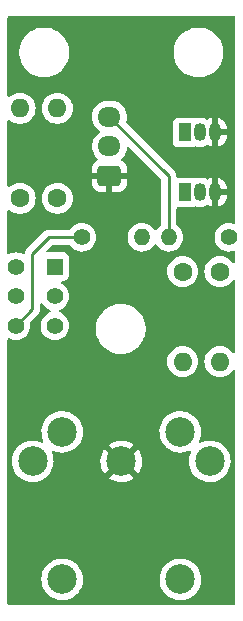
<source format=gbr>
%TF.GenerationSoftware,KiCad,Pcbnew,6.0.7-f9a2dced07~116~ubuntu20.04.1*%
%TF.CreationDate,2022-09-11T17:48:58+02:00*%
%TF.ProjectId,MIDI_OUT,4d494449-5f4f-4555-942e-6b696361645f,2.0*%
%TF.SameCoordinates,Original*%
%TF.FileFunction,Copper,L2,Bot*%
%TF.FilePolarity,Positive*%
%FSLAX46Y46*%
G04 Gerber Fmt 4.6, Leading zero omitted, Abs format (unit mm)*
G04 Created by KiCad (PCBNEW 6.0.7-f9a2dced07~116~ubuntu20.04.1) date 2022-09-11 17:48:58*
%MOMM*%
%LPD*%
G01*
G04 APERTURE LIST*
G04 Aperture macros list*
%AMRoundRect*
0 Rectangle with rounded corners*
0 $1 Rounding radius*
0 $2 $3 $4 $5 $6 $7 $8 $9 X,Y pos of 4 corners*
0 Add a 4 corners polygon primitive as box body*
4,1,4,$2,$3,$4,$5,$6,$7,$8,$9,$2,$3,0*
0 Add four circle primitives for the rounded corners*
1,1,$1+$1,$2,$3*
1,1,$1+$1,$4,$5*
1,1,$1+$1,$6,$7*
1,1,$1+$1,$8,$9*
0 Add four rect primitives between the rounded corners*
20,1,$1+$1,$2,$3,$4,$5,0*
20,1,$1+$1,$4,$5,$6,$7,0*
20,1,$1+$1,$6,$7,$8,$9,0*
20,1,$1+$1,$8,$9,$2,$3,0*%
G04 Aperture macros list end*
%TA.AperFunction,ComponentPad*%
%ADD10R,1.050000X1.500000*%
%TD*%
%TA.AperFunction,ComponentPad*%
%ADD11O,1.050000X1.500000*%
%TD*%
%TA.AperFunction,ComponentPad*%
%ADD12C,1.600000*%
%TD*%
%TA.AperFunction,ComponentPad*%
%ADD13O,1.600000X1.600000*%
%TD*%
%TA.AperFunction,WasherPad*%
%ADD14C,2.499360*%
%TD*%
%TA.AperFunction,ComponentPad*%
%ADD15C,2.499360*%
%TD*%
%TA.AperFunction,ComponentPad*%
%ADD16C,1.400000*%
%TD*%
%TA.AperFunction,ComponentPad*%
%ADD17O,1.400000X1.400000*%
%TD*%
%TA.AperFunction,ComponentPad*%
%ADD18R,1.400000X1.400000*%
%TD*%
%TA.AperFunction,ComponentPad*%
%ADD19RoundRect,0.250000X0.725000X-0.600000X0.725000X0.600000X-0.725000X0.600000X-0.725000X-0.600000X0*%
%TD*%
%TA.AperFunction,ComponentPad*%
%ADD20O,1.950000X1.700000*%
%TD*%
%TA.AperFunction,Conductor*%
%ADD21C,0.250000*%
%TD*%
G04 APERTURE END LIST*
D10*
%TO.P,Q2,1,D*%
%TO.N,Net-(Q2-Pad1)*%
X80122640Y-59759000D03*
D11*
%TO.P,Q2,2,G*%
%TO.N,Net-(Q1-Pad1)*%
X81392640Y-59759000D03*
%TO.P,Q2,3,S*%
%TO.N,GND*%
X82662640Y-59759000D03*
%TD*%
D12*
%TO.P,R6,1*%
%TO.N,Net-(SW1-Pad3)*%
X83075240Y-66458461D03*
D13*
%TO.P,R6,2*%
%TO.N,/MIDI_CON_VTX+*%
X83075240Y-74078461D03*
%TD*%
D14*
%TO.P,J2,*%
%TO.N,*%
X79728060Y-92519500D03*
X69725540Y-92519500D03*
D15*
%TO.P,J2,1*%
%TO.N,unconnected-(J2-Pad1)*%
X82224880Y-82524600D03*
%TO.P,J2,2*%
%TO.N,GND*%
X74726800Y-82522060D03*
%TO.P,J2,3*%
%TO.N,unconnected-(J2-Pad3)*%
X67228720Y-82524600D03*
%TO.P,J2,4*%
%TO.N,/MIDI_CON_VTX+*%
X79722980Y-80022700D03*
%TO.P,J2,5*%
%TO.N,/MIDI_CON_VTX-*%
X69730620Y-80022700D03*
%TD*%
D12*
%TO.P,R3,1*%
%TO.N,Net-(R3-Pad1)*%
X66158840Y-60248800D03*
D13*
%TO.P,R3,2*%
%TO.N,Net-(Q2-Pad1)*%
X66158840Y-52628800D03*
%TD*%
D12*
%TO.P,R1,1*%
%TO.N,/UART_TX*%
X69308440Y-60248800D03*
D13*
%TO.P,R1,2*%
%TO.N,Net-(Q1-Pad2)*%
X69308440Y-52628800D03*
%TD*%
D16*
%TO.P,R2,1*%
%TO.N,Net-(Q1-Pad1)*%
X83837240Y-63550800D03*
D17*
%TO.P,R2,2*%
%TO.N,/VTX*%
X78757240Y-63550800D03*
%TD*%
D12*
%TO.P,R5,1*%
%TO.N,Net-(R5-Pad1)*%
X79925640Y-66458461D03*
D13*
%TO.P,R5,2*%
%TO.N,/MIDI_CON_VTX+*%
X79925640Y-74078461D03*
%TD*%
D10*
%TO.P,Q1,1,D*%
%TO.N,Net-(Q1-Pad1)*%
X80122640Y-54679000D03*
D11*
%TO.P,Q1,2,G*%
%TO.N,Net-(Q1-Pad2)*%
X81392640Y-54679000D03*
%TO.P,Q1,3,S*%
%TO.N,GND*%
X82662640Y-54679000D03*
%TD*%
D18*
%TO.P,SW1,1,A*%
%TO.N,Net-(R5-Pad1)*%
X69105240Y-66043800D03*
D16*
%TO.P,SW1,2,B*%
%TO.N,/VTX*%
X69105240Y-68543800D03*
%TO.P,SW1,3,C*%
%TO.N,Net-(SW1-Pad3)*%
X69105240Y-71043800D03*
%TO.P,SW1,4,A*%
%TO.N,Net-(R3-Pad1)*%
X65805240Y-66043800D03*
%TO.P,SW1,5,B*%
%TO.N,/MIDI_CON_VTX-*%
X65805240Y-68543800D03*
%TO.P,SW1,6,C*%
%TO.N,Net-(R4-Pad1)*%
X65805240Y-71043800D03*
%TD*%
D19*
%TO.P,J1,1,Pin_1*%
%TO.N,GND*%
X73728040Y-58343800D03*
D20*
%TO.P,J1,2,Pin_2*%
%TO.N,/UART_TX*%
X73728040Y-55843800D03*
%TO.P,J1,3,Pin_3*%
%TO.N,/VTX*%
X73728040Y-53343800D03*
%TD*%
D16*
%TO.P,R4,1*%
%TO.N,Net-(R4-Pad1)*%
X71391240Y-63550800D03*
D17*
%TO.P,R4,2*%
%TO.N,Net-(Q2-Pad1)*%
X76471240Y-63550800D03*
%TD*%
D21*
%TO.N,/VTX*%
X73728040Y-53343800D02*
X78757240Y-58373000D01*
X78757240Y-58373000D02*
X78757240Y-63550800D01*
%TO.N,Net-(R4-Pad1)*%
X67200240Y-64947800D02*
X68597240Y-63550800D01*
X65805240Y-71043800D02*
X67200240Y-69648800D01*
X67200240Y-69648800D02*
X67200240Y-64947800D01*
X68597240Y-63550800D02*
X71391240Y-63550800D01*
%TD*%
%TA.AperFunction,Conductor*%
%TO.N,GND*%
G36*
X84320421Y-44851502D02*
G01*
X84366914Y-44905158D01*
X84378300Y-44957500D01*
X84378300Y-62280439D01*
X84358298Y-62348560D01*
X84304642Y-62395053D01*
X84234368Y-62405157D01*
X84219689Y-62402146D01*
X84053210Y-62357538D01*
X84053208Y-62357538D01*
X84047895Y-62356114D01*
X83837240Y-62337684D01*
X83626585Y-62356114D01*
X83621272Y-62357538D01*
X83621270Y-62357538D01*
X83427640Y-62409421D01*
X83427638Y-62409422D01*
X83422330Y-62410844D01*
X83417349Y-62413166D01*
X83417348Y-62413167D01*
X83235663Y-62497888D01*
X83235660Y-62497890D01*
X83230682Y-62500211D01*
X83057464Y-62621499D01*
X82907939Y-62771024D01*
X82786651Y-62944242D01*
X82784330Y-62949220D01*
X82784328Y-62949223D01*
X82720861Y-63085328D01*
X82697284Y-63135890D01*
X82642554Y-63340145D01*
X82624124Y-63550800D01*
X82642554Y-63761455D01*
X82697284Y-63965710D01*
X82699606Y-63970691D01*
X82699607Y-63970692D01*
X82773174Y-64128456D01*
X82786651Y-64157358D01*
X82907939Y-64330576D01*
X83057464Y-64480101D01*
X83230682Y-64601389D01*
X83235660Y-64603710D01*
X83235663Y-64603712D01*
X83386392Y-64673998D01*
X83422330Y-64690756D01*
X83427638Y-64692178D01*
X83427640Y-64692179D01*
X83621270Y-64744062D01*
X83621272Y-64744062D01*
X83626585Y-64745486D01*
X83837240Y-64763916D01*
X84047895Y-64745486D01*
X84053208Y-64744062D01*
X84053210Y-64744062D01*
X84219689Y-64699454D01*
X84290665Y-64701144D01*
X84349461Y-64740938D01*
X84377409Y-64806202D01*
X84378300Y-64821161D01*
X84378300Y-65638503D01*
X84358298Y-65706624D01*
X84304642Y-65753117D01*
X84234368Y-65763221D01*
X84169788Y-65733727D01*
X84149087Y-65710774D01*
X84084597Y-65618672D01*
X84084595Y-65618669D01*
X84081438Y-65614161D01*
X83919540Y-65452263D01*
X83915032Y-65449106D01*
X83915029Y-65449104D01*
X83836851Y-65394363D01*
X83731989Y-65320938D01*
X83727007Y-65318615D01*
X83727002Y-65318612D01*
X83529465Y-65226500D01*
X83529464Y-65226500D01*
X83524483Y-65224177D01*
X83519175Y-65222755D01*
X83519173Y-65222754D01*
X83308642Y-65166342D01*
X83308640Y-65166342D01*
X83303327Y-65164918D01*
X83075240Y-65144963D01*
X82847153Y-65164918D01*
X82841840Y-65166342D01*
X82841838Y-65166342D01*
X82631307Y-65222754D01*
X82631305Y-65222755D01*
X82625997Y-65224177D01*
X82621016Y-65226500D01*
X82621015Y-65226500D01*
X82423478Y-65318612D01*
X82423473Y-65318615D01*
X82418491Y-65320938D01*
X82313629Y-65394363D01*
X82235451Y-65449104D01*
X82235448Y-65449106D01*
X82230940Y-65452263D01*
X82069042Y-65614161D01*
X81937717Y-65801712D01*
X81935394Y-65806694D01*
X81935391Y-65806699D01*
X81843279Y-66004236D01*
X81840956Y-66009218D01*
X81781697Y-66230374D01*
X81761742Y-66458461D01*
X81781697Y-66686548D01*
X81783121Y-66691861D01*
X81783121Y-66691863D01*
X81828580Y-66861515D01*
X81840956Y-66907704D01*
X81843279Y-66912685D01*
X81843279Y-66912686D01*
X81935391Y-67110223D01*
X81935394Y-67110228D01*
X81937717Y-67115210D01*
X82069042Y-67302761D01*
X82230940Y-67464659D01*
X82235448Y-67467816D01*
X82235451Y-67467818D01*
X82271716Y-67493211D01*
X82418491Y-67595984D01*
X82423473Y-67598307D01*
X82423478Y-67598310D01*
X82621015Y-67690422D01*
X82625997Y-67692745D01*
X82631305Y-67694167D01*
X82631307Y-67694168D01*
X82841838Y-67750580D01*
X82841840Y-67750580D01*
X82847153Y-67752004D01*
X83075240Y-67771959D01*
X83303327Y-67752004D01*
X83308640Y-67750580D01*
X83308642Y-67750580D01*
X83519173Y-67694168D01*
X83519175Y-67694167D01*
X83524483Y-67692745D01*
X83529465Y-67690422D01*
X83727002Y-67598310D01*
X83727007Y-67598307D01*
X83731989Y-67595984D01*
X83878764Y-67493211D01*
X83915029Y-67467818D01*
X83915032Y-67467816D01*
X83919540Y-67464659D01*
X84081438Y-67302761D01*
X84149088Y-67206147D01*
X84204544Y-67161820D01*
X84275163Y-67154511D01*
X84338524Y-67186541D01*
X84374509Y-67247743D01*
X84378300Y-67278419D01*
X84378300Y-73258503D01*
X84358298Y-73326624D01*
X84304642Y-73373117D01*
X84234368Y-73383221D01*
X84169788Y-73353727D01*
X84149087Y-73330774D01*
X84084597Y-73238672D01*
X84084595Y-73238669D01*
X84081438Y-73234161D01*
X83919540Y-73072263D01*
X83915032Y-73069106D01*
X83915029Y-73069104D01*
X83745836Y-72950634D01*
X83731989Y-72940938D01*
X83727007Y-72938615D01*
X83727002Y-72938612D01*
X83529465Y-72846500D01*
X83529464Y-72846500D01*
X83524483Y-72844177D01*
X83519175Y-72842755D01*
X83519173Y-72842754D01*
X83308642Y-72786342D01*
X83308640Y-72786342D01*
X83303327Y-72784918D01*
X83075240Y-72764963D01*
X82847153Y-72784918D01*
X82841840Y-72786342D01*
X82841838Y-72786342D01*
X82631307Y-72842754D01*
X82631305Y-72842755D01*
X82625997Y-72844177D01*
X82621016Y-72846500D01*
X82621015Y-72846500D01*
X82423478Y-72938612D01*
X82423473Y-72938615D01*
X82418491Y-72940938D01*
X82404644Y-72950634D01*
X82235451Y-73069104D01*
X82235448Y-73069106D01*
X82230940Y-73072263D01*
X82069042Y-73234161D01*
X81937717Y-73421712D01*
X81935394Y-73426694D01*
X81935391Y-73426699D01*
X81843279Y-73624236D01*
X81840956Y-73629218D01*
X81781697Y-73850374D01*
X81761742Y-74078461D01*
X81781697Y-74306548D01*
X81840956Y-74527704D01*
X81843279Y-74532685D01*
X81843279Y-74532686D01*
X81935391Y-74730223D01*
X81935394Y-74730228D01*
X81937717Y-74735210D01*
X82069042Y-74922761D01*
X82230940Y-75084659D01*
X82235448Y-75087816D01*
X82235451Y-75087818D01*
X82313629Y-75142559D01*
X82418491Y-75215984D01*
X82423473Y-75218307D01*
X82423478Y-75218310D01*
X82621015Y-75310422D01*
X82625997Y-75312745D01*
X82631305Y-75314167D01*
X82631307Y-75314168D01*
X82841838Y-75370580D01*
X82841840Y-75370580D01*
X82847153Y-75372004D01*
X83075240Y-75391959D01*
X83303327Y-75372004D01*
X83308640Y-75370580D01*
X83308642Y-75370580D01*
X83519173Y-75314168D01*
X83519175Y-75314167D01*
X83524483Y-75312745D01*
X83529465Y-75310422D01*
X83727002Y-75218310D01*
X83727007Y-75218307D01*
X83731989Y-75215984D01*
X83836851Y-75142559D01*
X83915029Y-75087818D01*
X83915032Y-75087816D01*
X83919540Y-75084659D01*
X84081438Y-74922761D01*
X84149088Y-74826147D01*
X84204544Y-74781820D01*
X84275163Y-74774511D01*
X84338524Y-74806541D01*
X84374509Y-74867743D01*
X84378300Y-74898419D01*
X84378300Y-94539300D01*
X84358298Y-94607421D01*
X84304642Y-94653914D01*
X84252300Y-94665300D01*
X65201300Y-94665300D01*
X65133179Y-94645298D01*
X65086686Y-94591642D01*
X65075300Y-94539300D01*
X65075300Y-92473347D01*
X67963034Y-92473347D01*
X67963258Y-92478013D01*
X67963258Y-92478018D01*
X67969532Y-92608617D01*
X67975572Y-92734369D01*
X68026554Y-92990671D01*
X68114859Y-93236621D01*
X68238548Y-93466818D01*
X68241343Y-93470562D01*
X68241345Y-93470564D01*
X68392112Y-93672466D01*
X68392117Y-93672472D01*
X68394904Y-93676204D01*
X68398213Y-93679484D01*
X68398218Y-93679490D01*
X68577175Y-93856891D01*
X68580492Y-93860179D01*
X68584254Y-93862937D01*
X68584257Y-93862940D01*
X68787460Y-94011935D01*
X68791234Y-94014702D01*
X68795377Y-94016882D01*
X68795379Y-94016883D01*
X69018352Y-94134195D01*
X69018357Y-94134197D01*
X69022502Y-94136378D01*
X69026925Y-94137923D01*
X69026926Y-94137923D01*
X69264797Y-94220991D01*
X69264803Y-94220993D01*
X69269214Y-94222533D01*
X69273807Y-94223405D01*
X69521361Y-94270405D01*
X69521364Y-94270405D01*
X69525950Y-94271276D01*
X69656511Y-94276406D01*
X69782404Y-94281353D01*
X69782410Y-94281353D01*
X69787072Y-94281536D01*
X69879086Y-94271459D01*
X70042188Y-94253597D01*
X70042194Y-94253596D01*
X70046841Y-94253087D01*
X70299552Y-94186553D01*
X70539654Y-94083398D01*
X70543634Y-94080935D01*
X70543638Y-94080933D01*
X70757897Y-93948345D01*
X70757901Y-93948342D01*
X70761870Y-93945886D01*
X70961320Y-93777039D01*
X71053028Y-93672466D01*
X71130540Y-93584081D01*
X71130543Y-93584076D01*
X71133622Y-93580566D01*
X71274991Y-93360783D01*
X71382321Y-93122519D01*
X71453255Y-92871008D01*
X71486234Y-92611774D01*
X71488650Y-92519500D01*
X71485220Y-92473347D01*
X77965554Y-92473347D01*
X77965778Y-92478013D01*
X77965778Y-92478018D01*
X77972052Y-92608617D01*
X77978092Y-92734369D01*
X78029074Y-92990671D01*
X78117379Y-93236621D01*
X78241068Y-93466818D01*
X78243863Y-93470562D01*
X78243865Y-93470564D01*
X78394632Y-93672466D01*
X78394637Y-93672472D01*
X78397424Y-93676204D01*
X78400733Y-93679484D01*
X78400738Y-93679490D01*
X78579695Y-93856891D01*
X78583012Y-93860179D01*
X78586774Y-93862937D01*
X78586777Y-93862940D01*
X78789980Y-94011935D01*
X78793754Y-94014702D01*
X78797897Y-94016882D01*
X78797899Y-94016883D01*
X79020872Y-94134195D01*
X79020877Y-94134197D01*
X79025022Y-94136378D01*
X79029445Y-94137923D01*
X79029446Y-94137923D01*
X79267317Y-94220991D01*
X79267323Y-94220993D01*
X79271734Y-94222533D01*
X79276327Y-94223405D01*
X79523881Y-94270405D01*
X79523884Y-94270405D01*
X79528470Y-94271276D01*
X79659031Y-94276406D01*
X79784924Y-94281353D01*
X79784930Y-94281353D01*
X79789592Y-94281536D01*
X79881606Y-94271459D01*
X80044708Y-94253597D01*
X80044714Y-94253596D01*
X80049361Y-94253087D01*
X80302072Y-94186553D01*
X80542174Y-94083398D01*
X80546154Y-94080935D01*
X80546158Y-94080933D01*
X80760417Y-93948345D01*
X80760421Y-93948342D01*
X80764390Y-93945886D01*
X80963840Y-93777039D01*
X81055548Y-93672466D01*
X81133060Y-93584081D01*
X81133063Y-93584076D01*
X81136142Y-93580566D01*
X81277511Y-93360783D01*
X81384841Y-93122519D01*
X81455775Y-92871008D01*
X81488754Y-92611774D01*
X81491170Y-92519500D01*
X81471804Y-92258896D01*
X81462550Y-92217997D01*
X81415161Y-92008574D01*
X81414130Y-92004017D01*
X81412437Y-91999663D01*
X81321110Y-91764815D01*
X81321109Y-91764813D01*
X81319417Y-91760462D01*
X81189744Y-91533581D01*
X81027961Y-91328360D01*
X80837621Y-91149306D01*
X80622906Y-91000353D01*
X80581659Y-90980012D01*
X80392721Y-90886838D01*
X80392718Y-90886837D01*
X80388533Y-90884773D01*
X80342392Y-90870003D01*
X80289793Y-90853166D01*
X80139650Y-90805105D01*
X80135043Y-90804355D01*
X80135040Y-90804354D01*
X79886336Y-90763850D01*
X79886337Y-90763850D01*
X79881725Y-90763099D01*
X79755040Y-90761441D01*
X79625102Y-90759740D01*
X79625099Y-90759740D01*
X79620425Y-90759679D01*
X79361489Y-90794918D01*
X79356999Y-90796227D01*
X79356993Y-90796228D01*
X79250315Y-90827322D01*
X79110606Y-90868044D01*
X79106359Y-90870002D01*
X79106356Y-90870003D01*
X79069838Y-90886838D01*
X78873287Y-90977449D01*
X78838353Y-91000353D01*
X78658660Y-91118165D01*
X78658655Y-91118168D01*
X78654747Y-91120731D01*
X78459785Y-91294741D01*
X78292685Y-91495657D01*
X78157117Y-91719065D01*
X78155308Y-91723379D01*
X78155306Y-91723383D01*
X78139758Y-91760462D01*
X78056061Y-91960057D01*
X77991736Y-92213339D01*
X77965554Y-92473347D01*
X71485220Y-92473347D01*
X71469284Y-92258896D01*
X71460030Y-92217997D01*
X71412641Y-92008574D01*
X71411610Y-92004017D01*
X71409917Y-91999663D01*
X71318590Y-91764815D01*
X71318589Y-91764813D01*
X71316897Y-91760462D01*
X71187224Y-91533581D01*
X71025441Y-91328360D01*
X70835101Y-91149306D01*
X70620386Y-91000353D01*
X70579139Y-90980012D01*
X70390201Y-90886838D01*
X70390198Y-90886837D01*
X70386013Y-90884773D01*
X70339872Y-90870003D01*
X70287273Y-90853166D01*
X70137130Y-90805105D01*
X70132523Y-90804355D01*
X70132520Y-90804354D01*
X69883816Y-90763850D01*
X69883817Y-90763850D01*
X69879205Y-90763099D01*
X69752520Y-90761441D01*
X69622582Y-90759740D01*
X69622579Y-90759740D01*
X69617905Y-90759679D01*
X69358969Y-90794918D01*
X69354479Y-90796227D01*
X69354473Y-90796228D01*
X69247795Y-90827322D01*
X69108086Y-90868044D01*
X69103839Y-90870002D01*
X69103836Y-90870003D01*
X69067318Y-90886838D01*
X68870767Y-90977449D01*
X68835833Y-91000353D01*
X68656140Y-91118165D01*
X68656135Y-91118168D01*
X68652227Y-91120731D01*
X68457265Y-91294741D01*
X68290165Y-91495657D01*
X68154597Y-91719065D01*
X68152788Y-91723379D01*
X68152786Y-91723383D01*
X68137238Y-91760462D01*
X68053541Y-91960057D01*
X67989216Y-92213339D01*
X67963034Y-92473347D01*
X65075300Y-92473347D01*
X65075300Y-82478447D01*
X65466214Y-82478447D01*
X65466438Y-82483113D01*
X65466438Y-82483118D01*
X65468769Y-82531640D01*
X65478752Y-82739469D01*
X65529734Y-82995771D01*
X65618039Y-83241721D01*
X65741728Y-83471918D01*
X65744523Y-83475662D01*
X65744525Y-83475664D01*
X65895292Y-83677566D01*
X65895297Y-83677572D01*
X65898084Y-83681304D01*
X65901393Y-83684584D01*
X65901398Y-83684590D01*
X66080355Y-83861991D01*
X66083672Y-83865279D01*
X66087434Y-83868037D01*
X66087437Y-83868040D01*
X66286599Y-84014072D01*
X66294414Y-84019802D01*
X66298557Y-84021982D01*
X66298559Y-84021983D01*
X66521532Y-84139295D01*
X66521537Y-84139297D01*
X66525682Y-84141478D01*
X66530105Y-84143023D01*
X66530106Y-84143023D01*
X66767977Y-84226091D01*
X66767983Y-84226093D01*
X66772394Y-84227633D01*
X66776987Y-84228505D01*
X67024541Y-84275505D01*
X67024544Y-84275505D01*
X67029130Y-84276376D01*
X67159691Y-84281506D01*
X67285584Y-84286453D01*
X67285590Y-84286453D01*
X67290252Y-84286636D01*
X67382266Y-84276559D01*
X67545368Y-84258697D01*
X67545374Y-84258696D01*
X67550021Y-84258187D01*
X67802732Y-84191653D01*
X68042834Y-84088498D01*
X68046814Y-84086035D01*
X68046818Y-84086033D01*
X68261077Y-83953445D01*
X68261081Y-83953442D01*
X68265050Y-83950986D01*
X68288701Y-83930964D01*
X73682641Y-83930964D01*
X73691354Y-83942484D01*
X73788989Y-84014072D01*
X73796899Y-84019015D01*
X74019818Y-84136298D01*
X74028381Y-84140021D01*
X74266187Y-84223068D01*
X74275196Y-84225482D01*
X74522679Y-84272468D01*
X74531934Y-84273522D01*
X74783646Y-84283412D01*
X74792960Y-84283086D01*
X75043357Y-84255664D01*
X75052534Y-84253963D01*
X75296126Y-84189831D01*
X75304945Y-84186794D01*
X75536392Y-84087356D01*
X75544651Y-84083057D01*
X75758868Y-83950496D01*
X75765767Y-83945484D01*
X75774091Y-83932852D01*
X75768027Y-83922497D01*
X74739612Y-82894082D01*
X74725668Y-82886468D01*
X74723835Y-82886599D01*
X74717220Y-82890850D01*
X73689299Y-83918771D01*
X73682641Y-83930964D01*
X68288701Y-83930964D01*
X68464500Y-83782139D01*
X68556208Y-83677566D01*
X68633720Y-83589181D01*
X68633723Y-83589176D01*
X68636802Y-83585666D01*
X68651351Y-83563048D01*
X68775643Y-83369813D01*
X68778171Y-83365883D01*
X68885501Y-83127619D01*
X68951366Y-82894082D01*
X68955165Y-82880612D01*
X68955166Y-82880609D01*
X68956435Y-82876108D01*
X68989414Y-82616874D01*
X68991830Y-82524600D01*
X68988560Y-82480592D01*
X72965019Y-82480592D01*
X72977105Y-82732196D01*
X72978242Y-82741456D01*
X73027385Y-82988517D01*
X73029874Y-82997492D01*
X73114996Y-83234574D01*
X73118793Y-83243102D01*
X73238017Y-83464988D01*
X73243028Y-83472855D01*
X73306475Y-83557821D01*
X73317733Y-83566270D01*
X73330152Y-83559498D01*
X74354778Y-82534872D01*
X74361156Y-82523192D01*
X75091208Y-82523192D01*
X75091339Y-82525025D01*
X75095590Y-82531640D01*
X76126482Y-83562532D01*
X76138862Y-83569292D01*
X76147203Y-83563048D01*
X76273283Y-83367035D01*
X76277730Y-83358843D01*
X76381188Y-83129176D01*
X76384383Y-83120398D01*
X76452755Y-82877966D01*
X76454613Y-82868837D01*
X76486595Y-82617438D01*
X76487076Y-82611152D01*
X76489326Y-82525220D01*
X76489175Y-82518911D01*
X76470394Y-82266182D01*
X76469017Y-82256976D01*
X76413422Y-82011280D01*
X76410698Y-82002369D01*
X76319398Y-81767590D01*
X76315387Y-81759181D01*
X76190388Y-81540480D01*
X76185177Y-81532754D01*
X76147964Y-81485550D01*
X76136038Y-81477078D01*
X76124506Y-81483564D01*
X75098822Y-82509248D01*
X75091208Y-82523192D01*
X74361156Y-82523192D01*
X74362392Y-82520928D01*
X74362261Y-82519095D01*
X74358010Y-82512480D01*
X73328349Y-81482819D01*
X73315041Y-81475552D01*
X73305002Y-81482674D01*
X73294822Y-81494914D01*
X73289410Y-81502501D01*
X73158726Y-81717860D01*
X73154497Y-81726161D01*
X73057085Y-81958461D01*
X73054124Y-81967311D01*
X72992122Y-82211447D01*
X72990500Y-82220644D01*
X72965264Y-82471266D01*
X72965019Y-82480592D01*
X68988560Y-82480592D01*
X68972464Y-82263996D01*
X68963210Y-82223097D01*
X68915821Y-82013674D01*
X68914790Y-82009117D01*
X68827248Y-81784002D01*
X68821201Y-81713265D01*
X68854357Y-81650486D01*
X68916191Y-81615599D01*
X68987070Y-81619680D01*
X69003338Y-81626823D01*
X69027582Y-81639578D01*
X69032005Y-81641123D01*
X69032006Y-81641123D01*
X69269877Y-81724191D01*
X69269883Y-81724193D01*
X69274294Y-81725733D01*
X69278887Y-81726605D01*
X69526441Y-81773605D01*
X69526444Y-81773605D01*
X69531030Y-81774476D01*
X69661591Y-81779606D01*
X69787484Y-81784553D01*
X69787490Y-81784553D01*
X69792152Y-81784736D01*
X69884166Y-81774659D01*
X70047268Y-81756797D01*
X70047274Y-81756796D01*
X70051921Y-81756287D01*
X70304632Y-81689753D01*
X70544734Y-81586598D01*
X70548714Y-81584135D01*
X70548718Y-81584133D01*
X70762977Y-81451545D01*
X70762981Y-81451542D01*
X70766950Y-81449086D01*
X70966400Y-81280239D01*
X71073947Y-81157605D01*
X71114736Y-81111094D01*
X73680247Y-81111094D01*
X73684820Y-81120870D01*
X74713988Y-82150038D01*
X74727932Y-82157652D01*
X74729765Y-82157521D01*
X74736380Y-82153270D01*
X75764988Y-81124662D01*
X75771372Y-81112972D01*
X75761960Y-81100861D01*
X75625230Y-81006008D01*
X75617205Y-81001280D01*
X75391271Y-80889861D01*
X75382639Y-80886374D01*
X75142724Y-80809577D01*
X75133663Y-80807401D01*
X74885032Y-80766909D01*
X74875745Y-80766097D01*
X74623872Y-80762800D01*
X74614560Y-80763370D01*
X74364963Y-80797338D01*
X74355845Y-80799276D01*
X74114020Y-80869762D01*
X74105267Y-80873034D01*
X73876516Y-80978490D01*
X73868361Y-80983010D01*
X73689385Y-81100352D01*
X73680247Y-81111094D01*
X71114736Y-81111094D01*
X71135620Y-81087281D01*
X71135623Y-81087276D01*
X71138702Y-81083766D01*
X71280071Y-80863983D01*
X71387401Y-80625719D01*
X71458335Y-80374208D01*
X71491314Y-80114974D01*
X71493730Y-80022700D01*
X71490300Y-79976547D01*
X77960474Y-79976547D01*
X77960698Y-79981213D01*
X77960698Y-79981218D01*
X77966972Y-80111817D01*
X77973012Y-80237569D01*
X78023994Y-80493871D01*
X78112299Y-80739821D01*
X78114516Y-80743947D01*
X78192925Y-80889873D01*
X78235988Y-80970018D01*
X78238783Y-80973762D01*
X78238785Y-80973764D01*
X78389552Y-81175666D01*
X78389557Y-81175672D01*
X78392344Y-81179404D01*
X78395653Y-81182684D01*
X78395658Y-81182690D01*
X78551451Y-81337128D01*
X78577932Y-81363379D01*
X78581694Y-81366137D01*
X78581697Y-81366140D01*
X78770737Y-81504750D01*
X78788674Y-81517902D01*
X78792817Y-81520082D01*
X78792819Y-81520083D01*
X79015792Y-81637395D01*
X79015797Y-81637397D01*
X79019942Y-81639578D01*
X79024365Y-81641123D01*
X79024366Y-81641123D01*
X79262237Y-81724191D01*
X79262243Y-81724193D01*
X79266654Y-81725733D01*
X79271247Y-81726605D01*
X79518801Y-81773605D01*
X79518804Y-81773605D01*
X79523390Y-81774476D01*
X79653951Y-81779606D01*
X79779844Y-81784553D01*
X79779850Y-81784553D01*
X79784512Y-81784736D01*
X79876526Y-81774659D01*
X80039628Y-81756797D01*
X80039634Y-81756796D01*
X80044281Y-81756287D01*
X80296992Y-81689753D01*
X80388389Y-81650486D01*
X80463443Y-81618241D01*
X80533927Y-81609729D01*
X80597825Y-81640675D01*
X80634848Y-81701254D01*
X80633242Y-81772232D01*
X80629377Y-81782734D01*
X80555689Y-81958461D01*
X80552881Y-81965157D01*
X80488556Y-82218439D01*
X80462374Y-82478447D01*
X80462598Y-82483113D01*
X80462598Y-82483118D01*
X80464929Y-82531640D01*
X80474912Y-82739469D01*
X80525894Y-82995771D01*
X80614199Y-83241721D01*
X80737888Y-83471918D01*
X80740683Y-83475662D01*
X80740685Y-83475664D01*
X80891452Y-83677566D01*
X80891457Y-83677572D01*
X80894244Y-83681304D01*
X80897553Y-83684584D01*
X80897558Y-83684590D01*
X81076515Y-83861991D01*
X81079832Y-83865279D01*
X81083594Y-83868037D01*
X81083597Y-83868040D01*
X81282759Y-84014072D01*
X81290574Y-84019802D01*
X81294717Y-84021982D01*
X81294719Y-84021983D01*
X81517692Y-84139295D01*
X81517697Y-84139297D01*
X81521842Y-84141478D01*
X81526265Y-84143023D01*
X81526266Y-84143023D01*
X81764137Y-84226091D01*
X81764143Y-84226093D01*
X81768554Y-84227633D01*
X81773147Y-84228505D01*
X82020701Y-84275505D01*
X82020704Y-84275505D01*
X82025290Y-84276376D01*
X82155851Y-84281506D01*
X82281744Y-84286453D01*
X82281750Y-84286453D01*
X82286412Y-84286636D01*
X82378426Y-84276559D01*
X82541528Y-84258697D01*
X82541534Y-84258696D01*
X82546181Y-84258187D01*
X82798892Y-84191653D01*
X83038994Y-84088498D01*
X83042974Y-84086035D01*
X83042978Y-84086033D01*
X83257237Y-83953445D01*
X83257241Y-83953442D01*
X83261210Y-83950986D01*
X83460660Y-83782139D01*
X83552368Y-83677566D01*
X83629880Y-83589181D01*
X83629883Y-83589176D01*
X83632962Y-83585666D01*
X83647511Y-83563048D01*
X83771803Y-83369813D01*
X83774331Y-83365883D01*
X83881661Y-83127619D01*
X83947526Y-82894082D01*
X83951325Y-82880612D01*
X83951326Y-82880609D01*
X83952595Y-82876108D01*
X83985574Y-82616874D01*
X83987990Y-82524600D01*
X83968624Y-82263996D01*
X83959370Y-82223097D01*
X83911981Y-82013674D01*
X83910950Y-82009117D01*
X83908326Y-82002369D01*
X83817930Y-81769915D01*
X83817929Y-81769913D01*
X83816237Y-81765562D01*
X83811228Y-81756797D01*
X83742984Y-81637395D01*
X83686564Y-81538681D01*
X83524781Y-81333460D01*
X83334441Y-81154406D01*
X83119726Y-81005453D01*
X83078479Y-80985112D01*
X82889541Y-80891938D01*
X82889538Y-80891937D01*
X82885353Y-80889873D01*
X82879087Y-80887867D01*
X82786613Y-80858266D01*
X82636470Y-80810205D01*
X82631863Y-80809455D01*
X82631860Y-80809454D01*
X82383156Y-80768950D01*
X82383157Y-80768950D01*
X82378545Y-80768199D01*
X82251860Y-80766541D01*
X82121922Y-80764840D01*
X82121919Y-80764840D01*
X82117245Y-80764779D01*
X81858309Y-80800018D01*
X81853819Y-80801327D01*
X81853813Y-80801328D01*
X81784556Y-80821515D01*
X81607426Y-80873144D01*
X81603179Y-80875102D01*
X81603176Y-80875103D01*
X81485468Y-80929367D01*
X81415230Y-80939722D01*
X81350545Y-80910459D01*
X81311948Y-80850870D01*
X81311695Y-80779874D01*
X81317835Y-80763191D01*
X81377838Y-80629988D01*
X81377840Y-80629983D01*
X81379761Y-80625719D01*
X81450695Y-80374208D01*
X81483674Y-80114974D01*
X81486090Y-80022700D01*
X81466724Y-79762096D01*
X81457470Y-79721197D01*
X81410081Y-79511774D01*
X81409050Y-79507217D01*
X81407357Y-79502863D01*
X81316030Y-79268015D01*
X81316029Y-79268013D01*
X81314337Y-79263662D01*
X81184664Y-79036781D01*
X81022881Y-78831560D01*
X80832541Y-78652506D01*
X80617826Y-78503553D01*
X80576579Y-78483212D01*
X80387641Y-78390038D01*
X80387638Y-78390037D01*
X80383453Y-78387973D01*
X80337312Y-78373203D01*
X80284713Y-78356366D01*
X80134570Y-78308305D01*
X80129963Y-78307555D01*
X80129960Y-78307554D01*
X79881256Y-78267050D01*
X79881257Y-78267050D01*
X79876645Y-78266299D01*
X79749960Y-78264641D01*
X79620022Y-78262940D01*
X79620019Y-78262940D01*
X79615345Y-78262879D01*
X79356409Y-78298118D01*
X79351919Y-78299427D01*
X79351913Y-78299428D01*
X79245235Y-78330522D01*
X79105526Y-78371244D01*
X79101279Y-78373202D01*
X79101276Y-78373203D01*
X79064758Y-78390038D01*
X78868207Y-78480649D01*
X78833273Y-78503553D01*
X78653580Y-78621365D01*
X78653575Y-78621368D01*
X78649667Y-78623931D01*
X78454705Y-78797941D01*
X78287605Y-78998857D01*
X78152037Y-79222265D01*
X78150228Y-79226579D01*
X78150226Y-79226583D01*
X78134678Y-79263662D01*
X78050981Y-79463257D01*
X77986656Y-79716539D01*
X77960474Y-79976547D01*
X71490300Y-79976547D01*
X71474364Y-79762096D01*
X71465110Y-79721197D01*
X71417721Y-79511774D01*
X71416690Y-79507217D01*
X71414997Y-79502863D01*
X71323670Y-79268015D01*
X71323669Y-79268013D01*
X71321977Y-79263662D01*
X71192304Y-79036781D01*
X71030521Y-78831560D01*
X70840181Y-78652506D01*
X70625466Y-78503553D01*
X70584219Y-78483212D01*
X70395281Y-78390038D01*
X70395278Y-78390037D01*
X70391093Y-78387973D01*
X70344952Y-78373203D01*
X70292353Y-78356366D01*
X70142210Y-78308305D01*
X70137603Y-78307555D01*
X70137600Y-78307554D01*
X69888896Y-78267050D01*
X69888897Y-78267050D01*
X69884285Y-78266299D01*
X69757600Y-78264641D01*
X69627662Y-78262940D01*
X69627659Y-78262940D01*
X69622985Y-78262879D01*
X69364049Y-78298118D01*
X69359559Y-78299427D01*
X69359553Y-78299428D01*
X69252875Y-78330522D01*
X69113166Y-78371244D01*
X69108919Y-78373202D01*
X69108916Y-78373203D01*
X69072398Y-78390038D01*
X68875847Y-78480649D01*
X68840913Y-78503553D01*
X68661220Y-78621365D01*
X68661215Y-78621368D01*
X68657307Y-78623931D01*
X68462345Y-78797941D01*
X68295245Y-78998857D01*
X68159677Y-79222265D01*
X68157868Y-79226579D01*
X68157866Y-79226583D01*
X68142318Y-79263662D01*
X68058621Y-79463257D01*
X67994296Y-79716539D01*
X67968114Y-79976547D01*
X67968338Y-79981213D01*
X67968338Y-79981218D01*
X67974612Y-80111817D01*
X67980652Y-80237569D01*
X68031634Y-80493871D01*
X68119939Y-80739821D01*
X68122156Y-80743947D01*
X68126505Y-80752041D01*
X68141128Y-80821515D01*
X68115870Y-80887867D01*
X68058748Y-80930029D01*
X67987900Y-80934616D01*
X67959785Y-80924685D01*
X67893381Y-80891938D01*
X67893378Y-80891937D01*
X67889193Y-80889873D01*
X67882927Y-80887867D01*
X67790453Y-80858266D01*
X67640310Y-80810205D01*
X67635703Y-80809455D01*
X67635700Y-80809454D01*
X67386996Y-80768950D01*
X67386997Y-80768950D01*
X67382385Y-80768199D01*
X67255700Y-80766541D01*
X67125762Y-80764840D01*
X67125759Y-80764840D01*
X67121085Y-80764779D01*
X66862149Y-80800018D01*
X66857659Y-80801327D01*
X66857653Y-80801328D01*
X66788396Y-80821515D01*
X66611266Y-80873144D01*
X66607019Y-80875102D01*
X66607016Y-80875103D01*
X66570498Y-80891938D01*
X66373947Y-80982549D01*
X66339013Y-81005453D01*
X66159320Y-81123265D01*
X66159315Y-81123268D01*
X66155407Y-81125831D01*
X66091702Y-81182690D01*
X65979025Y-81283258D01*
X65960445Y-81299841D01*
X65929434Y-81337128D01*
X65798205Y-81494914D01*
X65793345Y-81500757D01*
X65657777Y-81724165D01*
X65655968Y-81728479D01*
X65655966Y-81728483D01*
X65559529Y-81958461D01*
X65556721Y-81965157D01*
X65492396Y-82218439D01*
X65466214Y-82478447D01*
X65075300Y-82478447D01*
X65075300Y-74078461D01*
X78612142Y-74078461D01*
X78632097Y-74306548D01*
X78691356Y-74527704D01*
X78693679Y-74532685D01*
X78693679Y-74532686D01*
X78785791Y-74730223D01*
X78785794Y-74730228D01*
X78788117Y-74735210D01*
X78919442Y-74922761D01*
X79081340Y-75084659D01*
X79085848Y-75087816D01*
X79085851Y-75087818D01*
X79164029Y-75142559D01*
X79268891Y-75215984D01*
X79273873Y-75218307D01*
X79273878Y-75218310D01*
X79471415Y-75310422D01*
X79476397Y-75312745D01*
X79481705Y-75314167D01*
X79481707Y-75314168D01*
X79692238Y-75370580D01*
X79692240Y-75370580D01*
X79697553Y-75372004D01*
X79925640Y-75391959D01*
X80153727Y-75372004D01*
X80159040Y-75370580D01*
X80159042Y-75370580D01*
X80369573Y-75314168D01*
X80369575Y-75314167D01*
X80374883Y-75312745D01*
X80379865Y-75310422D01*
X80577402Y-75218310D01*
X80577407Y-75218307D01*
X80582389Y-75215984D01*
X80687251Y-75142559D01*
X80765429Y-75087818D01*
X80765432Y-75087816D01*
X80769940Y-75084659D01*
X80931838Y-74922761D01*
X81063163Y-74735210D01*
X81065486Y-74730228D01*
X81065489Y-74730223D01*
X81157601Y-74532686D01*
X81157601Y-74532685D01*
X81159924Y-74527704D01*
X81219183Y-74306548D01*
X81239138Y-74078461D01*
X81219183Y-73850374D01*
X81159924Y-73629218D01*
X81157601Y-73624236D01*
X81065489Y-73426699D01*
X81065486Y-73426694D01*
X81063163Y-73421712D01*
X80931838Y-73234161D01*
X80769940Y-73072263D01*
X80765432Y-73069106D01*
X80765429Y-73069104D01*
X80596236Y-72950634D01*
X80582389Y-72940938D01*
X80577407Y-72938615D01*
X80577402Y-72938612D01*
X80379865Y-72846500D01*
X80379864Y-72846500D01*
X80374883Y-72844177D01*
X80369575Y-72842755D01*
X80369573Y-72842754D01*
X80159042Y-72786342D01*
X80159040Y-72786342D01*
X80153727Y-72784918D01*
X79925640Y-72764963D01*
X79697553Y-72784918D01*
X79692240Y-72786342D01*
X79692238Y-72786342D01*
X79481707Y-72842754D01*
X79481705Y-72842755D01*
X79476397Y-72844177D01*
X79471416Y-72846500D01*
X79471415Y-72846500D01*
X79273878Y-72938612D01*
X79273873Y-72938615D01*
X79268891Y-72940938D01*
X79255044Y-72950634D01*
X79085851Y-73069104D01*
X79085848Y-73069106D01*
X79081340Y-73072263D01*
X78919442Y-73234161D01*
X78788117Y-73421712D01*
X78785794Y-73426694D01*
X78785791Y-73426699D01*
X78693679Y-73624236D01*
X78691356Y-73629218D01*
X78632097Y-73850374D01*
X78612142Y-74078461D01*
X65075300Y-74078461D01*
X65075300Y-72234636D01*
X65095302Y-72166515D01*
X65148958Y-72120022D01*
X65219232Y-72109918D01*
X65254550Y-72120441D01*
X65385348Y-72181433D01*
X65390330Y-72183756D01*
X65395638Y-72185178D01*
X65395640Y-72185179D01*
X65589270Y-72237062D01*
X65589272Y-72237062D01*
X65594585Y-72238486D01*
X65805240Y-72256916D01*
X66015895Y-72238486D01*
X66021208Y-72237062D01*
X66021210Y-72237062D01*
X66214840Y-72185179D01*
X66214842Y-72185178D01*
X66220150Y-72183756D01*
X66225132Y-72181433D01*
X66406817Y-72096712D01*
X66406820Y-72096710D01*
X66411798Y-72094389D01*
X66585016Y-71973101D01*
X66734541Y-71823576D01*
X66855829Y-71650358D01*
X66945196Y-71458710D01*
X66999926Y-71254455D01*
X67018356Y-71043800D01*
X67004725Y-70887996D01*
X67000405Y-70838616D01*
X67000404Y-70838612D01*
X66999926Y-70833145D01*
X66998504Y-70827839D01*
X66997693Y-70823239D01*
X67005561Y-70752679D01*
X67032683Y-70712262D01*
X67592493Y-70152452D01*
X67600779Y-70144912D01*
X67607258Y-70140800D01*
X67628299Y-70118394D01*
X67653883Y-70091149D01*
X67656638Y-70088307D01*
X67676375Y-70068570D01*
X67678855Y-70065373D01*
X67686560Y-70056351D01*
X67711399Y-70029900D01*
X67716826Y-70024121D01*
X67720645Y-70017175D01*
X67720647Y-70017172D01*
X67726588Y-70006366D01*
X67737439Y-69989847D01*
X67744998Y-69980101D01*
X67749854Y-69973841D01*
X67752999Y-69966572D01*
X67753002Y-69966568D01*
X67767414Y-69933263D01*
X67772631Y-69922613D01*
X67793935Y-69883860D01*
X67798973Y-69864237D01*
X67805377Y-69845534D01*
X67810273Y-69834220D01*
X67810273Y-69834219D01*
X67813421Y-69826945D01*
X67814660Y-69819122D01*
X67814663Y-69819112D01*
X67820339Y-69783276D01*
X67822745Y-69771656D01*
X67831768Y-69736511D01*
X67831768Y-69736510D01*
X67833740Y-69728830D01*
X67833740Y-69708576D01*
X67835291Y-69688865D01*
X67837220Y-69676686D01*
X67838460Y-69668857D01*
X67834299Y-69624838D01*
X67833740Y-69612981D01*
X67833740Y-69234485D01*
X67853742Y-69166364D01*
X67907398Y-69119871D01*
X67977672Y-69109767D01*
X68042252Y-69139261D01*
X68062951Y-69162212D01*
X68175939Y-69323576D01*
X68325464Y-69473101D01*
X68498682Y-69594389D01*
X68503660Y-69596710D01*
X68503663Y-69596712D01*
X68681428Y-69679605D01*
X68734713Y-69726522D01*
X68754174Y-69794800D01*
X68733632Y-69862760D01*
X68681428Y-69907995D01*
X68503663Y-69990888D01*
X68503660Y-69990890D01*
X68498682Y-69993211D01*
X68325464Y-70114499D01*
X68175939Y-70264024D01*
X68054651Y-70437242D01*
X68052330Y-70442220D01*
X68052328Y-70442223D01*
X67983497Y-70589832D01*
X67965284Y-70628890D01*
X67963862Y-70634198D01*
X67963861Y-70634200D01*
X67932115Y-70752679D01*
X67910554Y-70833145D01*
X67892124Y-71043800D01*
X67910554Y-71254455D01*
X67965284Y-71458710D01*
X68054651Y-71650358D01*
X68175939Y-71823576D01*
X68325464Y-71973101D01*
X68498682Y-72094389D01*
X68503660Y-72096710D01*
X68503663Y-72096712D01*
X68685348Y-72181433D01*
X68690330Y-72183756D01*
X68695638Y-72185178D01*
X68695640Y-72185179D01*
X68889270Y-72237062D01*
X68889272Y-72237062D01*
X68894585Y-72238486D01*
X69105240Y-72256916D01*
X69315895Y-72238486D01*
X69321208Y-72237062D01*
X69321210Y-72237062D01*
X69514840Y-72185179D01*
X69514842Y-72185178D01*
X69520150Y-72183756D01*
X69525132Y-72181433D01*
X69706817Y-72096712D01*
X69706820Y-72096710D01*
X69711798Y-72094389D01*
X69885016Y-71973101D01*
X70034541Y-71823576D01*
X70155829Y-71650358D01*
X70245196Y-71458710D01*
X70250629Y-71438433D01*
X72583983Y-71438433D01*
X72584542Y-71442677D01*
X72584542Y-71442681D01*
X72586890Y-71460514D01*
X72621508Y-71723464D01*
X72697369Y-72000766D01*
X72699053Y-72004714D01*
X72806423Y-72256437D01*
X72810163Y-72265206D01*
X72957801Y-72511891D01*
X73137553Y-72736258D01*
X73346091Y-72934153D01*
X73579557Y-73101916D01*
X73583352Y-73103925D01*
X73583353Y-73103926D01*
X73605109Y-73115445D01*
X73833632Y-73236442D01*
X74103613Y-73335241D01*
X74384504Y-73396485D01*
X74413081Y-73398734D01*
X74607522Y-73414037D01*
X74607531Y-73414037D01*
X74609979Y-73414230D01*
X74765511Y-73414230D01*
X74767647Y-73414084D01*
X74767658Y-73414084D01*
X74975788Y-73399895D01*
X74975794Y-73399894D01*
X74980065Y-73399603D01*
X74984260Y-73398734D01*
X74984262Y-73398734D01*
X75201593Y-73353727D01*
X75261582Y-73341304D01*
X75532583Y-73245337D01*
X75788052Y-73113480D01*
X75791553Y-73111019D01*
X75791557Y-73111017D01*
X75905658Y-73030825D01*
X76023263Y-72948171D01*
X76136705Y-72842754D01*
X76230719Y-72755391D01*
X76230721Y-72755388D01*
X76233862Y-72752470D01*
X76415953Y-72529998D01*
X76566167Y-72284872D01*
X76681723Y-72021628D01*
X76694647Y-71976260D01*
X76759308Y-71749264D01*
X76760484Y-71745136D01*
X76800991Y-71460514D01*
X76801029Y-71453400D01*
X76802475Y-71177313D01*
X76802475Y-71177306D01*
X76802497Y-71173027D01*
X76764972Y-70887996D01*
X76748513Y-70827830D01*
X76730953Y-70763642D01*
X76689111Y-70610694D01*
X76615127Y-70437242D01*
X76578003Y-70350206D01*
X76578001Y-70350202D01*
X76576317Y-70346254D01*
X76460329Y-70152452D01*
X76430883Y-70103251D01*
X76430880Y-70103247D01*
X76428679Y-70099569D01*
X76248927Y-69875202D01*
X76092251Y-69726522D01*
X76043498Y-69680257D01*
X76043495Y-69680255D01*
X76040389Y-69677307D01*
X75806923Y-69509544D01*
X75785083Y-69497980D01*
X75761894Y-69485702D01*
X75552848Y-69375018D01*
X75399960Y-69319069D01*
X75286898Y-69277694D01*
X75286896Y-69277693D01*
X75282867Y-69276219D01*
X75001976Y-69214975D01*
X74970925Y-69212531D01*
X74778958Y-69197423D01*
X74778949Y-69197423D01*
X74776501Y-69197230D01*
X74620969Y-69197230D01*
X74618833Y-69197376D01*
X74618822Y-69197376D01*
X74410692Y-69211565D01*
X74410686Y-69211566D01*
X74406415Y-69211857D01*
X74402220Y-69212726D01*
X74402218Y-69212726D01*
X74297148Y-69234485D01*
X74124898Y-69270156D01*
X73853897Y-69366123D01*
X73598428Y-69497980D01*
X73594927Y-69500441D01*
X73594923Y-69500443D01*
X73581974Y-69509544D01*
X73363217Y-69663289D01*
X73301219Y-69720901D01*
X73157306Y-69854634D01*
X73152618Y-69858990D01*
X72970527Y-70081462D01*
X72820313Y-70326588D01*
X72704757Y-70589832D01*
X72625996Y-70866324D01*
X72585489Y-71150946D01*
X72585467Y-71155235D01*
X72585466Y-71155242D01*
X72584005Y-71434147D01*
X72583983Y-71438433D01*
X70250629Y-71438433D01*
X70299926Y-71254455D01*
X70318356Y-71043800D01*
X70299926Y-70833145D01*
X70278365Y-70752679D01*
X70246619Y-70634200D01*
X70246618Y-70634198D01*
X70245196Y-70628890D01*
X70226983Y-70589832D01*
X70158152Y-70442223D01*
X70158150Y-70442220D01*
X70155829Y-70437242D01*
X70034541Y-70264024D01*
X69885016Y-70114499D01*
X69711798Y-69993211D01*
X69706820Y-69990890D01*
X69706817Y-69990888D01*
X69529052Y-69907995D01*
X69475767Y-69861078D01*
X69456306Y-69792800D01*
X69476848Y-69724840D01*
X69529052Y-69679605D01*
X69706817Y-69596712D01*
X69706820Y-69596710D01*
X69711798Y-69594389D01*
X69885016Y-69473101D01*
X70034541Y-69323576D01*
X70155829Y-69150358D01*
X70170046Y-69119871D01*
X70242873Y-68963692D01*
X70242874Y-68963691D01*
X70245196Y-68958710D01*
X70299926Y-68754455D01*
X70318356Y-68543800D01*
X70299926Y-68333145D01*
X70245196Y-68128890D01*
X70155829Y-67937242D01*
X70034541Y-67764024D01*
X69885016Y-67614499D01*
X69711798Y-67493211D01*
X69706815Y-67490888D01*
X69702045Y-67488133D01*
X69703144Y-67486230D01*
X69656970Y-67445565D01*
X69637517Y-67377286D01*
X69658067Y-67309328D01*
X69712095Y-67263269D01*
X69763513Y-67252300D01*
X69853374Y-67252300D01*
X69915556Y-67245545D01*
X70051945Y-67194415D01*
X70168501Y-67107061D01*
X70255855Y-66990505D01*
X70306985Y-66854116D01*
X70313740Y-66791934D01*
X70313740Y-66458461D01*
X78612142Y-66458461D01*
X78632097Y-66686548D01*
X78633521Y-66691861D01*
X78633521Y-66691863D01*
X78678980Y-66861515D01*
X78691356Y-66907704D01*
X78693679Y-66912685D01*
X78693679Y-66912686D01*
X78785791Y-67110223D01*
X78785794Y-67110228D01*
X78788117Y-67115210D01*
X78919442Y-67302761D01*
X79081340Y-67464659D01*
X79085848Y-67467816D01*
X79085851Y-67467818D01*
X79122116Y-67493211D01*
X79268891Y-67595984D01*
X79273873Y-67598307D01*
X79273878Y-67598310D01*
X79471415Y-67690422D01*
X79476397Y-67692745D01*
X79481705Y-67694167D01*
X79481707Y-67694168D01*
X79692238Y-67750580D01*
X79692240Y-67750580D01*
X79697553Y-67752004D01*
X79925640Y-67771959D01*
X80153727Y-67752004D01*
X80159040Y-67750580D01*
X80159042Y-67750580D01*
X80369573Y-67694168D01*
X80369575Y-67694167D01*
X80374883Y-67692745D01*
X80379865Y-67690422D01*
X80577402Y-67598310D01*
X80577407Y-67598307D01*
X80582389Y-67595984D01*
X80729164Y-67493211D01*
X80765429Y-67467818D01*
X80765432Y-67467816D01*
X80769940Y-67464659D01*
X80931838Y-67302761D01*
X81063163Y-67115210D01*
X81065486Y-67110228D01*
X81065489Y-67110223D01*
X81157601Y-66912686D01*
X81157601Y-66912685D01*
X81159924Y-66907704D01*
X81172301Y-66861515D01*
X81217759Y-66691863D01*
X81217759Y-66691861D01*
X81219183Y-66686548D01*
X81239138Y-66458461D01*
X81219183Y-66230374D01*
X81159924Y-66009218D01*
X81157601Y-66004236D01*
X81065489Y-65806699D01*
X81065486Y-65806694D01*
X81063163Y-65801712D01*
X80931838Y-65614161D01*
X80769940Y-65452263D01*
X80765432Y-65449106D01*
X80765429Y-65449104D01*
X80687251Y-65394363D01*
X80582389Y-65320938D01*
X80577407Y-65318615D01*
X80577402Y-65318612D01*
X80379865Y-65226500D01*
X80379864Y-65226500D01*
X80374883Y-65224177D01*
X80369575Y-65222755D01*
X80369573Y-65222754D01*
X80159042Y-65166342D01*
X80159040Y-65166342D01*
X80153727Y-65164918D01*
X79925640Y-65144963D01*
X79697553Y-65164918D01*
X79692240Y-65166342D01*
X79692238Y-65166342D01*
X79481707Y-65222754D01*
X79481705Y-65222755D01*
X79476397Y-65224177D01*
X79471416Y-65226500D01*
X79471415Y-65226500D01*
X79273878Y-65318612D01*
X79273873Y-65318615D01*
X79268891Y-65320938D01*
X79164029Y-65394363D01*
X79085851Y-65449104D01*
X79085848Y-65449106D01*
X79081340Y-65452263D01*
X78919442Y-65614161D01*
X78788117Y-65801712D01*
X78785794Y-65806694D01*
X78785791Y-65806699D01*
X78693679Y-66004236D01*
X78691356Y-66009218D01*
X78632097Y-66230374D01*
X78612142Y-66458461D01*
X70313740Y-66458461D01*
X70313740Y-65295666D01*
X70306985Y-65233484D01*
X70255855Y-65097095D01*
X70168501Y-64980539D01*
X70051945Y-64893185D01*
X69915556Y-64842055D01*
X69853374Y-64835300D01*
X68512834Y-64835300D01*
X68444713Y-64815298D01*
X68398220Y-64761642D01*
X68388116Y-64691368D01*
X68417610Y-64626788D01*
X68423739Y-64620205D01*
X68822739Y-64221205D01*
X68885051Y-64187179D01*
X68911834Y-64184300D01*
X70293925Y-64184300D01*
X70362046Y-64204302D01*
X70397138Y-64238030D01*
X70461939Y-64330576D01*
X70611464Y-64480101D01*
X70784682Y-64601389D01*
X70789660Y-64603710D01*
X70789663Y-64603712D01*
X70940392Y-64673998D01*
X70976330Y-64690756D01*
X70981638Y-64692178D01*
X70981640Y-64692179D01*
X71175270Y-64744062D01*
X71175272Y-64744062D01*
X71180585Y-64745486D01*
X71391240Y-64763916D01*
X71601895Y-64745486D01*
X71607208Y-64744062D01*
X71607210Y-64744062D01*
X71800840Y-64692179D01*
X71800842Y-64692178D01*
X71806150Y-64690756D01*
X71842088Y-64673998D01*
X71992817Y-64603712D01*
X71992820Y-64603710D01*
X71997798Y-64601389D01*
X72171016Y-64480101D01*
X72320541Y-64330576D01*
X72441829Y-64157358D01*
X72455307Y-64128456D01*
X72528873Y-63970692D01*
X72528874Y-63970691D01*
X72531196Y-63965710D01*
X72585926Y-63761455D01*
X72604356Y-63550800D01*
X72585926Y-63340145D01*
X72531196Y-63135890D01*
X72507619Y-63085328D01*
X72444152Y-62949223D01*
X72444150Y-62949220D01*
X72441829Y-62944242D01*
X72320541Y-62771024D01*
X72171016Y-62621499D01*
X71997798Y-62500211D01*
X71992820Y-62497890D01*
X71992817Y-62497888D01*
X71811132Y-62413167D01*
X71811131Y-62413166D01*
X71806150Y-62410844D01*
X71800842Y-62409422D01*
X71800840Y-62409421D01*
X71607210Y-62357538D01*
X71607208Y-62357538D01*
X71601895Y-62356114D01*
X71391240Y-62337684D01*
X71180585Y-62356114D01*
X71175272Y-62357538D01*
X71175270Y-62357538D01*
X70981640Y-62409421D01*
X70981638Y-62409422D01*
X70976330Y-62410844D01*
X70971349Y-62413166D01*
X70971348Y-62413167D01*
X70789663Y-62497888D01*
X70789660Y-62497890D01*
X70784682Y-62500211D01*
X70611464Y-62621499D01*
X70461939Y-62771024D01*
X70458780Y-62775536D01*
X70397138Y-62863570D01*
X70341681Y-62907899D01*
X70293925Y-62917300D01*
X68676003Y-62917300D01*
X68664819Y-62916773D01*
X68657331Y-62915099D01*
X68649408Y-62915348D01*
X68589273Y-62917238D01*
X68585315Y-62917300D01*
X68557384Y-62917300D01*
X68553469Y-62917795D01*
X68553465Y-62917795D01*
X68553407Y-62917803D01*
X68553378Y-62917806D01*
X68541536Y-62918739D01*
X68497350Y-62920127D01*
X68479984Y-62925172D01*
X68477898Y-62925778D01*
X68458546Y-62929786D01*
X68451475Y-62930680D01*
X68438443Y-62932326D01*
X68431074Y-62935243D01*
X68431072Y-62935244D01*
X68397337Y-62948600D01*
X68386109Y-62952445D01*
X68343647Y-62964782D01*
X68336825Y-62968816D01*
X68336819Y-62968819D01*
X68326208Y-62975094D01*
X68308458Y-62983790D01*
X68296996Y-62988328D01*
X68296991Y-62988331D01*
X68289623Y-62991248D01*
X68283208Y-62995909D01*
X68253865Y-63017227D01*
X68243947Y-63023743D01*
X68225259Y-63034795D01*
X68205877Y-63046258D01*
X68191553Y-63060582D01*
X68176521Y-63073421D01*
X68160133Y-63085328D01*
X68131952Y-63119393D01*
X68123962Y-63128173D01*
X66807987Y-64444148D01*
X66799701Y-64451688D01*
X66793222Y-64455800D01*
X66787797Y-64461577D01*
X66746597Y-64505451D01*
X66743842Y-64508293D01*
X66724105Y-64528030D01*
X66721625Y-64531227D01*
X66713922Y-64540247D01*
X66683654Y-64572479D01*
X66679835Y-64579425D01*
X66679833Y-64579428D01*
X66673892Y-64590234D01*
X66663041Y-64606753D01*
X66650626Y-64622759D01*
X66647481Y-64630028D01*
X66647478Y-64630032D01*
X66633066Y-64663337D01*
X66627849Y-64673987D01*
X66606545Y-64712740D01*
X66604574Y-64720415D01*
X66604574Y-64720416D01*
X66601507Y-64732362D01*
X66595103Y-64751066D01*
X66590527Y-64761642D01*
X66587059Y-64769655D01*
X66585820Y-64777478D01*
X66585817Y-64777488D01*
X66580141Y-64813324D01*
X66577735Y-64824944D01*
X66574982Y-64835669D01*
X66566740Y-64867770D01*
X66566740Y-64875701D01*
X66565758Y-64883475D01*
X66537377Y-64948552D01*
X66478319Y-64987955D01*
X66407333Y-64989173D01*
X66387501Y-64981881D01*
X66225132Y-64906167D01*
X66225131Y-64906166D01*
X66220150Y-64903844D01*
X66214842Y-64902422D01*
X66214840Y-64902421D01*
X66021210Y-64850538D01*
X66021208Y-64850538D01*
X66015895Y-64849114D01*
X65805240Y-64830684D01*
X65594585Y-64849114D01*
X65589272Y-64850538D01*
X65589270Y-64850538D01*
X65395640Y-64902421D01*
X65395638Y-64902422D01*
X65390330Y-64903844D01*
X65385349Y-64906166D01*
X65385348Y-64906167D01*
X65254550Y-64967159D01*
X65184358Y-64977820D01*
X65119545Y-64948840D01*
X65080689Y-64889420D01*
X65075300Y-64852964D01*
X65075300Y-61319948D01*
X65095302Y-61251827D01*
X65148958Y-61205334D01*
X65219232Y-61195230D01*
X65283812Y-61224724D01*
X65290395Y-61230853D01*
X65314540Y-61254998D01*
X65319048Y-61258155D01*
X65319051Y-61258157D01*
X65397229Y-61312898D01*
X65502091Y-61386323D01*
X65507073Y-61388646D01*
X65507078Y-61388649D01*
X65704615Y-61480761D01*
X65709597Y-61483084D01*
X65714905Y-61484506D01*
X65714907Y-61484507D01*
X65925438Y-61540919D01*
X65925440Y-61540919D01*
X65930753Y-61542343D01*
X66158840Y-61562298D01*
X66386927Y-61542343D01*
X66392240Y-61540919D01*
X66392242Y-61540919D01*
X66602773Y-61484507D01*
X66602775Y-61484506D01*
X66608083Y-61483084D01*
X66613065Y-61480761D01*
X66810602Y-61388649D01*
X66810607Y-61388646D01*
X66815589Y-61386323D01*
X66920451Y-61312898D01*
X66998629Y-61258157D01*
X66998632Y-61258155D01*
X67003140Y-61254998D01*
X67165038Y-61093100D01*
X67211975Y-61026068D01*
X67252644Y-60967986D01*
X67296363Y-60905549D01*
X67298686Y-60900567D01*
X67298689Y-60900562D01*
X67390801Y-60703025D01*
X67390801Y-60703024D01*
X67393124Y-60698043D01*
X67452383Y-60476887D01*
X67472338Y-60248800D01*
X67994942Y-60248800D01*
X68014897Y-60476887D01*
X68074156Y-60698043D01*
X68076479Y-60703024D01*
X68076479Y-60703025D01*
X68168591Y-60900562D01*
X68168594Y-60900567D01*
X68170917Y-60905549D01*
X68214636Y-60967986D01*
X68255306Y-61026068D01*
X68302242Y-61093100D01*
X68464140Y-61254998D01*
X68468648Y-61258155D01*
X68468651Y-61258157D01*
X68546829Y-61312898D01*
X68651691Y-61386323D01*
X68656673Y-61388646D01*
X68656678Y-61388649D01*
X68854215Y-61480761D01*
X68859197Y-61483084D01*
X68864505Y-61484506D01*
X68864507Y-61484507D01*
X69075038Y-61540919D01*
X69075040Y-61540919D01*
X69080353Y-61542343D01*
X69308440Y-61562298D01*
X69536527Y-61542343D01*
X69541840Y-61540919D01*
X69541842Y-61540919D01*
X69752373Y-61484507D01*
X69752375Y-61484506D01*
X69757683Y-61483084D01*
X69762665Y-61480761D01*
X69960202Y-61388649D01*
X69960207Y-61388646D01*
X69965189Y-61386323D01*
X70070051Y-61312898D01*
X70148229Y-61258157D01*
X70148232Y-61258155D01*
X70152740Y-61254998D01*
X70314638Y-61093100D01*
X70361575Y-61026068D01*
X70402244Y-60967986D01*
X70445963Y-60905549D01*
X70448286Y-60900567D01*
X70448289Y-60900562D01*
X70540401Y-60703025D01*
X70540401Y-60703024D01*
X70542724Y-60698043D01*
X70601983Y-60476887D01*
X70621938Y-60248800D01*
X70601983Y-60020713D01*
X70542724Y-59799557D01*
X70540401Y-59794575D01*
X70448289Y-59597038D01*
X70448286Y-59597033D01*
X70445963Y-59592051D01*
X70367456Y-59479931D01*
X70317797Y-59409011D01*
X70317795Y-59409008D01*
X70314638Y-59404500D01*
X70152740Y-59242602D01*
X70148232Y-59239445D01*
X70148229Y-59239443D01*
X70059982Y-59177652D01*
X69965189Y-59111277D01*
X69960207Y-59108954D01*
X69960202Y-59108951D01*
X69762665Y-59016839D01*
X69762664Y-59016839D01*
X69757683Y-59014516D01*
X69752375Y-59013094D01*
X69752373Y-59013093D01*
X69669530Y-58990895D01*
X72245041Y-58990895D01*
X72245378Y-58997414D01*
X72255297Y-59093006D01*
X72258189Y-59106400D01*
X72309628Y-59260584D01*
X72315801Y-59273762D01*
X72401103Y-59411607D01*
X72410139Y-59423008D01*
X72524869Y-59537539D01*
X72536280Y-59546551D01*
X72674283Y-59631616D01*
X72687464Y-59637763D01*
X72841750Y-59688938D01*
X72855126Y-59691805D01*
X72949478Y-59701472D01*
X72955894Y-59701800D01*
X73455925Y-59701800D01*
X73471164Y-59697325D01*
X73472369Y-59695935D01*
X73474040Y-59688252D01*
X73474040Y-59683684D01*
X73982040Y-59683684D01*
X73986515Y-59698923D01*
X73987905Y-59700128D01*
X73995588Y-59701799D01*
X74500135Y-59701799D01*
X74506654Y-59701462D01*
X74602246Y-59691543D01*
X74615640Y-59688651D01*
X74769824Y-59637212D01*
X74783002Y-59631039D01*
X74920847Y-59545737D01*
X74932248Y-59536701D01*
X75046779Y-59421971D01*
X75055791Y-59410560D01*
X75140856Y-59272557D01*
X75147003Y-59259376D01*
X75198178Y-59105090D01*
X75201045Y-59091714D01*
X75210712Y-58997362D01*
X75211040Y-58990946D01*
X75211040Y-58615915D01*
X75206565Y-58600676D01*
X75205175Y-58599471D01*
X75197492Y-58597800D01*
X74000155Y-58597800D01*
X73984916Y-58602275D01*
X73983711Y-58603665D01*
X73982040Y-58611348D01*
X73982040Y-59683684D01*
X73474040Y-59683684D01*
X73474040Y-58615915D01*
X73469565Y-58600676D01*
X73468175Y-58599471D01*
X73460492Y-58597800D01*
X72263156Y-58597800D01*
X72247917Y-58602275D01*
X72246712Y-58603665D01*
X72245041Y-58611348D01*
X72245041Y-58990895D01*
X69669530Y-58990895D01*
X69541842Y-58956681D01*
X69541840Y-58956681D01*
X69536527Y-58955257D01*
X69308440Y-58935302D01*
X69080353Y-58955257D01*
X69075040Y-58956681D01*
X69075038Y-58956681D01*
X68864507Y-59013093D01*
X68864505Y-59013094D01*
X68859197Y-59014516D01*
X68854216Y-59016839D01*
X68854215Y-59016839D01*
X68656678Y-59108951D01*
X68656673Y-59108954D01*
X68651691Y-59111277D01*
X68556898Y-59177652D01*
X68468651Y-59239443D01*
X68468648Y-59239445D01*
X68464140Y-59242602D01*
X68302242Y-59404500D01*
X68299085Y-59409008D01*
X68299083Y-59409011D01*
X68249424Y-59479931D01*
X68170917Y-59592051D01*
X68168594Y-59597033D01*
X68168591Y-59597038D01*
X68076479Y-59794575D01*
X68074156Y-59799557D01*
X68014897Y-60020713D01*
X67994942Y-60248800D01*
X67472338Y-60248800D01*
X67452383Y-60020713D01*
X67393124Y-59799557D01*
X67390801Y-59794575D01*
X67298689Y-59597038D01*
X67298686Y-59597033D01*
X67296363Y-59592051D01*
X67217856Y-59479931D01*
X67168197Y-59409011D01*
X67168195Y-59409008D01*
X67165038Y-59404500D01*
X67003140Y-59242602D01*
X66998632Y-59239445D01*
X66998629Y-59239443D01*
X66910382Y-59177652D01*
X66815589Y-59111277D01*
X66810607Y-59108954D01*
X66810602Y-59108951D01*
X66613065Y-59016839D01*
X66613064Y-59016839D01*
X66608083Y-59014516D01*
X66602775Y-59013094D01*
X66602773Y-59013093D01*
X66392242Y-58956681D01*
X66392240Y-58956681D01*
X66386927Y-58955257D01*
X66158840Y-58935302D01*
X65930753Y-58955257D01*
X65925440Y-58956681D01*
X65925438Y-58956681D01*
X65714907Y-59013093D01*
X65714905Y-59013094D01*
X65709597Y-59014516D01*
X65704616Y-59016839D01*
X65704615Y-59016839D01*
X65507078Y-59108951D01*
X65507073Y-59108954D01*
X65502091Y-59111277D01*
X65407298Y-59177652D01*
X65319051Y-59239443D01*
X65319048Y-59239445D01*
X65314540Y-59242602D01*
X65290395Y-59266747D01*
X65228083Y-59300773D01*
X65157268Y-59295708D01*
X65100432Y-59253161D01*
X65075621Y-59186641D01*
X65075300Y-59177652D01*
X65075300Y-55779574D01*
X72241142Y-55779574D01*
X72241342Y-55784903D01*
X72241342Y-55784905D01*
X72244898Y-55879615D01*
X72249791Y-56009958D01*
X72297133Y-56235591D01*
X72381816Y-56450021D01*
X72501417Y-56647117D01*
X72504914Y-56651147D01*
X72591478Y-56750903D01*
X72652517Y-56821245D01*
X72656648Y-56824632D01*
X72688569Y-56850806D01*
X72728564Y-56909466D01*
X72730495Y-56980436D01*
X72693750Y-57041184D01*
X72674981Y-57055384D01*
X72535233Y-57141863D01*
X72523832Y-57150899D01*
X72409301Y-57265629D01*
X72400289Y-57277040D01*
X72315224Y-57415043D01*
X72309077Y-57428224D01*
X72257902Y-57582510D01*
X72255035Y-57595886D01*
X72245368Y-57690238D01*
X72245040Y-57696655D01*
X72245040Y-58071685D01*
X72249515Y-58086924D01*
X72250905Y-58088129D01*
X72258588Y-58089800D01*
X75192924Y-58089800D01*
X75208163Y-58085325D01*
X75209368Y-58083935D01*
X75211039Y-58076252D01*
X75211039Y-57696705D01*
X75210702Y-57690186D01*
X75200783Y-57594594D01*
X75197891Y-57581200D01*
X75146452Y-57427016D01*
X75140279Y-57413838D01*
X75054977Y-57275993D01*
X75045941Y-57264592D01*
X74931211Y-57150061D01*
X74919797Y-57141047D01*
X74780327Y-57055077D01*
X74732833Y-57002305D01*
X74721409Y-56932234D01*
X74749683Y-56867110D01*
X74759470Y-56856647D01*
X74793031Y-56824632D01*
X74874175Y-56747224D01*
X75011794Y-56562258D01*
X75116280Y-56356749D01*
X75152361Y-56240552D01*
X75183064Y-56141671D01*
X75184647Y-56136573D01*
X75202636Y-56000844D01*
X75231415Y-55935942D01*
X75290714Y-55896902D01*
X75361707Y-55896119D01*
X75416639Y-55928304D01*
X78086835Y-58598500D01*
X78120861Y-58660812D01*
X78123740Y-58687595D01*
X78123740Y-62453485D01*
X78103738Y-62521606D01*
X78070010Y-62556698D01*
X77977464Y-62621499D01*
X77827939Y-62771024D01*
X77824780Y-62775536D01*
X77717453Y-62928815D01*
X77661996Y-62973144D01*
X77591377Y-62980453D01*
X77528016Y-62948423D01*
X77511027Y-62928815D01*
X77403700Y-62775536D01*
X77400541Y-62771024D01*
X77251016Y-62621499D01*
X77077798Y-62500211D01*
X77072820Y-62497890D01*
X77072817Y-62497888D01*
X76891132Y-62413167D01*
X76891131Y-62413166D01*
X76886150Y-62410844D01*
X76880842Y-62409422D01*
X76880840Y-62409421D01*
X76687210Y-62357538D01*
X76687208Y-62357538D01*
X76681895Y-62356114D01*
X76471240Y-62337684D01*
X76260585Y-62356114D01*
X76255272Y-62357538D01*
X76255270Y-62357538D01*
X76061640Y-62409421D01*
X76061638Y-62409422D01*
X76056330Y-62410844D01*
X76051349Y-62413166D01*
X76051348Y-62413167D01*
X75869663Y-62497888D01*
X75869660Y-62497890D01*
X75864682Y-62500211D01*
X75691464Y-62621499D01*
X75541939Y-62771024D01*
X75420651Y-62944242D01*
X75418330Y-62949220D01*
X75418328Y-62949223D01*
X75354861Y-63085328D01*
X75331284Y-63135890D01*
X75276554Y-63340145D01*
X75258124Y-63550800D01*
X75276554Y-63761455D01*
X75331284Y-63965710D01*
X75333606Y-63970691D01*
X75333607Y-63970692D01*
X75407174Y-64128456D01*
X75420651Y-64157358D01*
X75541939Y-64330576D01*
X75691464Y-64480101D01*
X75864682Y-64601389D01*
X75869660Y-64603710D01*
X75869663Y-64603712D01*
X76020392Y-64673998D01*
X76056330Y-64690756D01*
X76061638Y-64692178D01*
X76061640Y-64692179D01*
X76255270Y-64744062D01*
X76255272Y-64744062D01*
X76260585Y-64745486D01*
X76471240Y-64763916D01*
X76681895Y-64745486D01*
X76687208Y-64744062D01*
X76687210Y-64744062D01*
X76880840Y-64692179D01*
X76880842Y-64692178D01*
X76886150Y-64690756D01*
X76922088Y-64673998D01*
X77072817Y-64603712D01*
X77072820Y-64603710D01*
X77077798Y-64601389D01*
X77251016Y-64480101D01*
X77400541Y-64330576D01*
X77511027Y-64172785D01*
X77566484Y-64128456D01*
X77637103Y-64121147D01*
X77700464Y-64153177D01*
X77717453Y-64172785D01*
X77827939Y-64330576D01*
X77977464Y-64480101D01*
X78150682Y-64601389D01*
X78155660Y-64603710D01*
X78155663Y-64603712D01*
X78306392Y-64673998D01*
X78342330Y-64690756D01*
X78347638Y-64692178D01*
X78347640Y-64692179D01*
X78541270Y-64744062D01*
X78541272Y-64744062D01*
X78546585Y-64745486D01*
X78757240Y-64763916D01*
X78967895Y-64745486D01*
X78973208Y-64744062D01*
X78973210Y-64744062D01*
X79166840Y-64692179D01*
X79166842Y-64692178D01*
X79172150Y-64690756D01*
X79208088Y-64673998D01*
X79358817Y-64603712D01*
X79358820Y-64603710D01*
X79363798Y-64601389D01*
X79537016Y-64480101D01*
X79686541Y-64330576D01*
X79807829Y-64157358D01*
X79821307Y-64128456D01*
X79894873Y-63970692D01*
X79894874Y-63970691D01*
X79897196Y-63965710D01*
X79951926Y-63761455D01*
X79970356Y-63550800D01*
X79951926Y-63340145D01*
X79897196Y-63135890D01*
X79873619Y-63085328D01*
X79810152Y-62949223D01*
X79810150Y-62949220D01*
X79807829Y-62944242D01*
X79686541Y-62771024D01*
X79537016Y-62621499D01*
X79444470Y-62556698D01*
X79400141Y-62501241D01*
X79390740Y-62453485D01*
X79390740Y-61140682D01*
X79410742Y-61072561D01*
X79464398Y-61026068D01*
X79530346Y-61015419D01*
X79546104Y-61017131D01*
X79546114Y-61017132D01*
X79549506Y-61017500D01*
X80695774Y-61017500D01*
X80757956Y-61010745D01*
X80799263Y-60995260D01*
X80885936Y-60962768D01*
X80885939Y-60962766D01*
X80894345Y-60959615D01*
X80901534Y-60954227D01*
X80901777Y-60954094D01*
X80971134Y-60938924D01*
X80999547Y-60944248D01*
X81183820Y-61001290D01*
X81189945Y-61001934D01*
X81189946Y-61001934D01*
X81379262Y-61021832D01*
X81379263Y-61021832D01*
X81385390Y-61022476D01*
X81468654Y-61014898D01*
X81581097Y-61004665D01*
X81581100Y-61004664D01*
X81587236Y-61004106D01*
X81593142Y-61002368D01*
X81593146Y-61002367D01*
X81775760Y-60948620D01*
X81775759Y-60948620D01*
X81781669Y-60946881D01*
X81787126Y-60944028D01*
X81787129Y-60944027D01*
X81955821Y-60855838D01*
X81955825Y-60855835D01*
X81961285Y-60852981D01*
X81961537Y-60852779D01*
X82027552Y-60832799D01*
X82088525Y-60847959D01*
X82254982Y-60937962D01*
X82266287Y-60942714D01*
X82391332Y-60981422D01*
X82405435Y-60981628D01*
X82408640Y-60974873D01*
X82408640Y-60967986D01*
X82916640Y-60967986D01*
X82920613Y-60981517D01*
X82928408Y-60982637D01*
X83045572Y-60948154D01*
X83056940Y-60943561D01*
X83225551Y-60855414D01*
X83235813Y-60848698D01*
X83384083Y-60729485D01*
X83392853Y-60720897D01*
X83515139Y-60575162D01*
X83522077Y-60565031D01*
X83613734Y-60398308D01*
X83618564Y-60387038D01*
X83676092Y-60205685D01*
X83678642Y-60193691D01*
X83695247Y-60045650D01*
X83695640Y-60038626D01*
X83695640Y-60031115D01*
X83691165Y-60015876D01*
X83689775Y-60014671D01*
X83682092Y-60013000D01*
X82934755Y-60013000D01*
X82919516Y-60017475D01*
X82918311Y-60018865D01*
X82916640Y-60026548D01*
X82916640Y-60967986D01*
X82408640Y-60967986D01*
X82408640Y-60205242D01*
X82409425Y-60191197D01*
X82425747Y-60045683D01*
X82426140Y-60042183D01*
X82426140Y-59486885D01*
X82916640Y-59486885D01*
X82921115Y-59502124D01*
X82922505Y-59503329D01*
X82930188Y-59505000D01*
X83677525Y-59505000D01*
X83692764Y-59500525D01*
X83693969Y-59499135D01*
X83695640Y-59491452D01*
X83695640Y-59486110D01*
X83695340Y-59479965D01*
X83681470Y-59338519D01*
X83679087Y-59326481D01*
X83624098Y-59144349D01*
X83619423Y-59133007D01*
X83530105Y-58965023D01*
X83523318Y-58954807D01*
X83403068Y-58807366D01*
X83394424Y-58798662D01*
X83247831Y-58677390D01*
X83237660Y-58670530D01*
X83070298Y-58580038D01*
X83058993Y-58575286D01*
X82933948Y-58536578D01*
X82919845Y-58536372D01*
X82916640Y-58543127D01*
X82916640Y-59486885D01*
X82426140Y-59486885D01*
X82426140Y-59482996D01*
X82411363Y-59332287D01*
X82410672Y-59329998D01*
X82408640Y-59309276D01*
X82408640Y-58550014D01*
X82404667Y-58536483D01*
X82396872Y-58535363D01*
X82279708Y-58569846D01*
X82268340Y-58574439D01*
X82099733Y-58662584D01*
X82096657Y-58664597D01*
X82094818Y-58665154D01*
X82094270Y-58665440D01*
X82094216Y-58665336D01*
X82028704Y-58685161D01*
X81967734Y-58670001D01*
X81954017Y-58662584D01*
X81795075Y-58576644D01*
X81661718Y-58535363D01*
X81607347Y-58518532D01*
X81607344Y-58518531D01*
X81601460Y-58516710D01*
X81595335Y-58516066D01*
X81595334Y-58516066D01*
X81406018Y-58496168D01*
X81406017Y-58496168D01*
X81399890Y-58495524D01*
X81316626Y-58503102D01*
X81204183Y-58513335D01*
X81204180Y-58513336D01*
X81198044Y-58513894D01*
X81192138Y-58515632D01*
X81192134Y-58515633D01*
X81009519Y-58569380D01*
X81009517Y-58569381D01*
X81008133Y-58569788D01*
X81003611Y-58571119D01*
X81003358Y-58570260D01*
X80937978Y-58576714D01*
X80901234Y-58563548D01*
X80894345Y-58558385D01*
X80885944Y-58555236D01*
X80885941Y-58555234D01*
X80774174Y-58513335D01*
X80757956Y-58507255D01*
X80695774Y-58500500D01*
X79549506Y-58500500D01*
X79530858Y-58502526D01*
X79460976Y-58489998D01*
X79408960Y-58441678D01*
X79391312Y-58381223D01*
X79390802Y-58365003D01*
X79390740Y-58361043D01*
X79390740Y-58333144D01*
X79390236Y-58329153D01*
X79389303Y-58317311D01*
X79388163Y-58281036D01*
X79387914Y-58273111D01*
X79385702Y-58265497D01*
X79385701Y-58265492D01*
X79382263Y-58253659D01*
X79378252Y-58234295D01*
X79376707Y-58222064D01*
X79375714Y-58214203D01*
X79372797Y-58206836D01*
X79372796Y-58206831D01*
X79359438Y-58173092D01*
X79355594Y-58161865D01*
X79345470Y-58127022D01*
X79343258Y-58119407D01*
X79332947Y-58101972D01*
X79324252Y-58084224D01*
X79316792Y-58065383D01*
X79290804Y-58029613D01*
X79284288Y-58019693D01*
X79265820Y-57988465D01*
X79265818Y-57988462D01*
X79261782Y-57981638D01*
X79247461Y-57967317D01*
X79234620Y-57952283D01*
X79227371Y-57942306D01*
X79222712Y-57935893D01*
X79188635Y-57907702D01*
X79179856Y-57899712D01*
X76757279Y-55477134D01*
X79089140Y-55477134D01*
X79095895Y-55539316D01*
X79147025Y-55675705D01*
X79234379Y-55792261D01*
X79350935Y-55879615D01*
X79487324Y-55930745D01*
X79549506Y-55937500D01*
X80695774Y-55937500D01*
X80757956Y-55930745D01*
X80818559Y-55908026D01*
X80885936Y-55882768D01*
X80885939Y-55882766D01*
X80894345Y-55879615D01*
X80901534Y-55874227D01*
X80901777Y-55874094D01*
X80971134Y-55858924D01*
X80999547Y-55864248D01*
X81183820Y-55921290D01*
X81189945Y-55921934D01*
X81189946Y-55921934D01*
X81379262Y-55941832D01*
X81379263Y-55941832D01*
X81385390Y-55942476D01*
X81468654Y-55934898D01*
X81581097Y-55924665D01*
X81581100Y-55924664D01*
X81587236Y-55924106D01*
X81593142Y-55922368D01*
X81593146Y-55922367D01*
X81775760Y-55868620D01*
X81775759Y-55868620D01*
X81781669Y-55866881D01*
X81787126Y-55864028D01*
X81787129Y-55864027D01*
X81955821Y-55775838D01*
X81955825Y-55775835D01*
X81961285Y-55772981D01*
X81961537Y-55772779D01*
X82027552Y-55752799D01*
X82088525Y-55767959D01*
X82254982Y-55857962D01*
X82266287Y-55862714D01*
X82391332Y-55901422D01*
X82405435Y-55901628D01*
X82408640Y-55894873D01*
X82408640Y-55887986D01*
X82916640Y-55887986D01*
X82920613Y-55901517D01*
X82928408Y-55902637D01*
X83045572Y-55868154D01*
X83056940Y-55863561D01*
X83225551Y-55775414D01*
X83235813Y-55768698D01*
X83384083Y-55649485D01*
X83392853Y-55640897D01*
X83515139Y-55495162D01*
X83522077Y-55485031D01*
X83613734Y-55318308D01*
X83618564Y-55307038D01*
X83676092Y-55125685D01*
X83678642Y-55113691D01*
X83695247Y-54965650D01*
X83695640Y-54958626D01*
X83695640Y-54951115D01*
X83691165Y-54935876D01*
X83689775Y-54934671D01*
X83682092Y-54933000D01*
X82934755Y-54933000D01*
X82919516Y-54937475D01*
X82918311Y-54938865D01*
X82916640Y-54946548D01*
X82916640Y-55887986D01*
X82408640Y-55887986D01*
X82408640Y-55125242D01*
X82409425Y-55111197D01*
X82425747Y-54965683D01*
X82426140Y-54962183D01*
X82426140Y-54406885D01*
X82916640Y-54406885D01*
X82921115Y-54422124D01*
X82922505Y-54423329D01*
X82930188Y-54425000D01*
X83677525Y-54425000D01*
X83692764Y-54420525D01*
X83693969Y-54419135D01*
X83695640Y-54411452D01*
X83695640Y-54406110D01*
X83695340Y-54399965D01*
X83681470Y-54258519D01*
X83679087Y-54246481D01*
X83624098Y-54064349D01*
X83619423Y-54053007D01*
X83530105Y-53885023D01*
X83523318Y-53874807D01*
X83403068Y-53727366D01*
X83394424Y-53718662D01*
X83247831Y-53597390D01*
X83237660Y-53590530D01*
X83070298Y-53500038D01*
X83058993Y-53495286D01*
X82933948Y-53456578D01*
X82919845Y-53456372D01*
X82916640Y-53463127D01*
X82916640Y-54406885D01*
X82426140Y-54406885D01*
X82426140Y-54402996D01*
X82411363Y-54252287D01*
X82410672Y-54249998D01*
X82408640Y-54229276D01*
X82408640Y-53470014D01*
X82404667Y-53456483D01*
X82396872Y-53455363D01*
X82279708Y-53489846D01*
X82268340Y-53494439D01*
X82099733Y-53582584D01*
X82096657Y-53584597D01*
X82094818Y-53585154D01*
X82094270Y-53585440D01*
X82094216Y-53585336D01*
X82028704Y-53605161D01*
X81967734Y-53590001D01*
X81936142Y-53572919D01*
X81795075Y-53496644D01*
X81661718Y-53455363D01*
X81607347Y-53438532D01*
X81607344Y-53438531D01*
X81601460Y-53436710D01*
X81595335Y-53436066D01*
X81595334Y-53436066D01*
X81406018Y-53416168D01*
X81406017Y-53416168D01*
X81399890Y-53415524D01*
X81316626Y-53423102D01*
X81204183Y-53433335D01*
X81204180Y-53433336D01*
X81198044Y-53433894D01*
X81192138Y-53435632D01*
X81192134Y-53435633D01*
X81009519Y-53489380D01*
X81009517Y-53489381D01*
X81008133Y-53489788D01*
X81003611Y-53491119D01*
X81003358Y-53490260D01*
X80937978Y-53496714D01*
X80901234Y-53483548D01*
X80894345Y-53478385D01*
X80885944Y-53475236D01*
X80885941Y-53475234D01*
X80774174Y-53433335D01*
X80757956Y-53427255D01*
X80695774Y-53420500D01*
X79549506Y-53420500D01*
X79487324Y-53427255D01*
X79350935Y-53478385D01*
X79234379Y-53565739D01*
X79147025Y-53682295D01*
X79095895Y-53818684D01*
X79089140Y-53880866D01*
X79089140Y-55477134D01*
X76757279Y-55477134D01*
X75174963Y-53894818D01*
X75140937Y-53832506D01*
X75143726Y-53768358D01*
X75183064Y-53641671D01*
X75184647Y-53636573D01*
X75190416Y-53593044D01*
X75214238Y-53413311D01*
X75214238Y-53413306D01*
X75214938Y-53408026D01*
X75206289Y-53177642D01*
X75158947Y-52952009D01*
X75156988Y-52947048D01*
X75076225Y-52742544D01*
X75076224Y-52742542D01*
X75074264Y-52737579D01*
X75011578Y-52634275D01*
X74957430Y-52545043D01*
X74954663Y-52540483D01*
X74867795Y-52440376D01*
X74807063Y-52370388D01*
X74807061Y-52370386D01*
X74803563Y-52366355D01*
X74762010Y-52332284D01*
X74629413Y-52223560D01*
X74629407Y-52223556D01*
X74625285Y-52220176D01*
X74620649Y-52217537D01*
X74620646Y-52217535D01*
X74429569Y-52108768D01*
X74424926Y-52106125D01*
X74208215Y-52027463D01*
X74202966Y-52026514D01*
X74202963Y-52026513D01*
X73985432Y-51987177D01*
X73985425Y-51987176D01*
X73981348Y-51986439D01*
X73963626Y-51985603D01*
X73958684Y-51985370D01*
X73958677Y-51985370D01*
X73957196Y-51985300D01*
X73545150Y-51985300D01*
X73478231Y-51990978D01*
X73378631Y-51999429D01*
X73378627Y-51999430D01*
X73373320Y-51999880D01*
X73368165Y-52001218D01*
X73368159Y-52001219D01*
X73155337Y-52056457D01*
X73155333Y-52056458D01*
X73150168Y-52057799D01*
X73145302Y-52059991D01*
X73145299Y-52059992D01*
X73037020Y-52108768D01*
X72939965Y-52152488D01*
X72748721Y-52281241D01*
X72581905Y-52440376D01*
X72444286Y-52625342D01*
X72339800Y-52830851D01*
X72338218Y-52835945D01*
X72338217Y-52835948D01*
X72276155Y-53035820D01*
X72271433Y-53051027D01*
X72270732Y-53056316D01*
X72255344Y-53172423D01*
X72241142Y-53279574D01*
X72241342Y-53284903D01*
X72241342Y-53284905D01*
X72244261Y-53362644D01*
X72249791Y-53509958D01*
X72250886Y-53515177D01*
X72267224Y-53593044D01*
X72297133Y-53735591D01*
X72299091Y-53740550D01*
X72299092Y-53740552D01*
X72371075Y-53922822D01*
X72381816Y-53950021D01*
X72384583Y-53954580D01*
X72384584Y-53954583D01*
X72447496Y-54058258D01*
X72501417Y-54147117D01*
X72504914Y-54151147D01*
X72597999Y-54258418D01*
X72652517Y-54321245D01*
X72656648Y-54324632D01*
X72826667Y-54464040D01*
X72826673Y-54464044D01*
X72830795Y-54467424D01*
X72862290Y-54485352D01*
X72911595Y-54536432D01*
X72925457Y-54606062D01*
X72899474Y-54672133D01*
X72870324Y-54699373D01*
X72748721Y-54781241D01*
X72581905Y-54940376D01*
X72444286Y-55125342D01*
X72339800Y-55330851D01*
X72338218Y-55335945D01*
X72338217Y-55335948D01*
X72293323Y-55480531D01*
X72271433Y-55551027D01*
X72270732Y-55556316D01*
X72241965Y-55773365D01*
X72241142Y-55779574D01*
X65075300Y-55779574D01*
X65075300Y-53699948D01*
X65095302Y-53631827D01*
X65148958Y-53585334D01*
X65219232Y-53575230D01*
X65283812Y-53604724D01*
X65290395Y-53610853D01*
X65314540Y-53634998D01*
X65319048Y-53638155D01*
X65319051Y-53638157D01*
X65324070Y-53641671D01*
X65502091Y-53766323D01*
X65507073Y-53768646D01*
X65507078Y-53768649D01*
X65662278Y-53841019D01*
X65709597Y-53863084D01*
X65714905Y-53864506D01*
X65714907Y-53864507D01*
X65925438Y-53920919D01*
X65925440Y-53920919D01*
X65930753Y-53922343D01*
X66158840Y-53942298D01*
X66386927Y-53922343D01*
X66392240Y-53920919D01*
X66392242Y-53920919D01*
X66602773Y-53864507D01*
X66602775Y-53864506D01*
X66608083Y-53863084D01*
X66655402Y-53841019D01*
X66810602Y-53768649D01*
X66810607Y-53768646D01*
X66815589Y-53766323D01*
X66993610Y-53641671D01*
X66998629Y-53638157D01*
X66998632Y-53638155D01*
X67003140Y-53634998D01*
X67165038Y-53473100D01*
X67172022Y-53463127D01*
X67293206Y-53290057D01*
X67296363Y-53285549D01*
X67298686Y-53280567D01*
X67298689Y-53280562D01*
X67390801Y-53083025D01*
X67390801Y-53083024D01*
X67393124Y-53078043D01*
X67452383Y-52856887D01*
X67472338Y-52628800D01*
X67994942Y-52628800D01*
X68014897Y-52856887D01*
X68074156Y-53078043D01*
X68076479Y-53083024D01*
X68076479Y-53083025D01*
X68168591Y-53280562D01*
X68168594Y-53280567D01*
X68170917Y-53285549D01*
X68174074Y-53290057D01*
X68295259Y-53463127D01*
X68302242Y-53473100D01*
X68464140Y-53634998D01*
X68468648Y-53638155D01*
X68468651Y-53638157D01*
X68473670Y-53641671D01*
X68651691Y-53766323D01*
X68656673Y-53768646D01*
X68656678Y-53768649D01*
X68811878Y-53841019D01*
X68859197Y-53863084D01*
X68864505Y-53864506D01*
X68864507Y-53864507D01*
X69075038Y-53920919D01*
X69075040Y-53920919D01*
X69080353Y-53922343D01*
X69308440Y-53942298D01*
X69536527Y-53922343D01*
X69541840Y-53920919D01*
X69541842Y-53920919D01*
X69752373Y-53864507D01*
X69752375Y-53864506D01*
X69757683Y-53863084D01*
X69805002Y-53841019D01*
X69960202Y-53768649D01*
X69960207Y-53768646D01*
X69965189Y-53766323D01*
X70143210Y-53641671D01*
X70148229Y-53638157D01*
X70148232Y-53638155D01*
X70152740Y-53634998D01*
X70314638Y-53473100D01*
X70321622Y-53463127D01*
X70442806Y-53290057D01*
X70445963Y-53285549D01*
X70448286Y-53280567D01*
X70448289Y-53280562D01*
X70540401Y-53083025D01*
X70540401Y-53083024D01*
X70542724Y-53078043D01*
X70601983Y-52856887D01*
X70621938Y-52628800D01*
X70601983Y-52400713D01*
X70600559Y-52395398D01*
X70544147Y-52184867D01*
X70544146Y-52184865D01*
X70542724Y-52179557D01*
X70509715Y-52108768D01*
X70448289Y-51977038D01*
X70448286Y-51977033D01*
X70445963Y-51972051D01*
X70314638Y-51784500D01*
X70152740Y-51622602D01*
X70148232Y-51619445D01*
X70148229Y-51619443D01*
X70059982Y-51557652D01*
X69965189Y-51491277D01*
X69960207Y-51488954D01*
X69960202Y-51488951D01*
X69762665Y-51396839D01*
X69762664Y-51396839D01*
X69757683Y-51394516D01*
X69752375Y-51393094D01*
X69752373Y-51393093D01*
X69541842Y-51336681D01*
X69541840Y-51336681D01*
X69536527Y-51335257D01*
X69308440Y-51315302D01*
X69080353Y-51335257D01*
X69075040Y-51336681D01*
X69075038Y-51336681D01*
X68864507Y-51393093D01*
X68864505Y-51393094D01*
X68859197Y-51394516D01*
X68854216Y-51396839D01*
X68854215Y-51396839D01*
X68656678Y-51488951D01*
X68656673Y-51488954D01*
X68651691Y-51491277D01*
X68556898Y-51557652D01*
X68468651Y-51619443D01*
X68468648Y-51619445D01*
X68464140Y-51622602D01*
X68302242Y-51784500D01*
X68170917Y-51972051D01*
X68168594Y-51977033D01*
X68168591Y-51977038D01*
X68107165Y-52108768D01*
X68074156Y-52179557D01*
X68072734Y-52184865D01*
X68072733Y-52184867D01*
X68016321Y-52395398D01*
X68014897Y-52400713D01*
X67994942Y-52628800D01*
X67472338Y-52628800D01*
X67452383Y-52400713D01*
X67450959Y-52395398D01*
X67394547Y-52184867D01*
X67394546Y-52184865D01*
X67393124Y-52179557D01*
X67360115Y-52108768D01*
X67298689Y-51977038D01*
X67298686Y-51977033D01*
X67296363Y-51972051D01*
X67165038Y-51784500D01*
X67003140Y-51622602D01*
X66998632Y-51619445D01*
X66998629Y-51619443D01*
X66910382Y-51557652D01*
X66815589Y-51491277D01*
X66810607Y-51488954D01*
X66810602Y-51488951D01*
X66613065Y-51396839D01*
X66613064Y-51396839D01*
X66608083Y-51394516D01*
X66602775Y-51393094D01*
X66602773Y-51393093D01*
X66392242Y-51336681D01*
X66392240Y-51336681D01*
X66386927Y-51335257D01*
X66158840Y-51315302D01*
X65930753Y-51335257D01*
X65925440Y-51336681D01*
X65925438Y-51336681D01*
X65714907Y-51393093D01*
X65714905Y-51393094D01*
X65709597Y-51394516D01*
X65704616Y-51396839D01*
X65704615Y-51396839D01*
X65507078Y-51488951D01*
X65507073Y-51488954D01*
X65502091Y-51491277D01*
X65407298Y-51557652D01*
X65319051Y-51619443D01*
X65319048Y-51619445D01*
X65314540Y-51622602D01*
X65290395Y-51646747D01*
X65228083Y-51680773D01*
X65157268Y-51675708D01*
X65100432Y-51633161D01*
X65075621Y-51566641D01*
X65075300Y-51557652D01*
X65075300Y-48037103D01*
X66087283Y-48037103D01*
X66124808Y-48322134D01*
X66200669Y-48599436D01*
X66313463Y-48863876D01*
X66461101Y-49110561D01*
X66640853Y-49334928D01*
X66849391Y-49532823D01*
X67082857Y-49700586D01*
X67086652Y-49702595D01*
X67086653Y-49702596D01*
X67108409Y-49714115D01*
X67336932Y-49835112D01*
X67606913Y-49933911D01*
X67887804Y-49995155D01*
X67916381Y-49997404D01*
X68110822Y-50012707D01*
X68110831Y-50012707D01*
X68113279Y-50012900D01*
X68268811Y-50012900D01*
X68270947Y-50012754D01*
X68270958Y-50012754D01*
X68479088Y-49998565D01*
X68479094Y-49998564D01*
X68483365Y-49998273D01*
X68487560Y-49997404D01*
X68487562Y-49997404D01*
X68624123Y-49969124D01*
X68764882Y-49939974D01*
X69035883Y-49844007D01*
X69291352Y-49712150D01*
X69294853Y-49709689D01*
X69294857Y-49709687D01*
X69408958Y-49629495D01*
X69526563Y-49546841D01*
X69737162Y-49351140D01*
X69919253Y-49128668D01*
X70069467Y-48883542D01*
X70185023Y-48620298D01*
X70263784Y-48343806D01*
X70304291Y-48059184D01*
X70304385Y-48041351D01*
X70304407Y-48037103D01*
X79157283Y-48037103D01*
X79194808Y-48322134D01*
X79270669Y-48599436D01*
X79383463Y-48863876D01*
X79531101Y-49110561D01*
X79710853Y-49334928D01*
X79919391Y-49532823D01*
X80152857Y-49700586D01*
X80156652Y-49702595D01*
X80156653Y-49702596D01*
X80178409Y-49714115D01*
X80406932Y-49835112D01*
X80676913Y-49933911D01*
X80957804Y-49995155D01*
X80986381Y-49997404D01*
X81180822Y-50012707D01*
X81180831Y-50012707D01*
X81183279Y-50012900D01*
X81338811Y-50012900D01*
X81340947Y-50012754D01*
X81340958Y-50012754D01*
X81549088Y-49998565D01*
X81549094Y-49998564D01*
X81553365Y-49998273D01*
X81557560Y-49997404D01*
X81557562Y-49997404D01*
X81694123Y-49969124D01*
X81834882Y-49939974D01*
X82105883Y-49844007D01*
X82361352Y-49712150D01*
X82364853Y-49709689D01*
X82364857Y-49709687D01*
X82478958Y-49629495D01*
X82596563Y-49546841D01*
X82807162Y-49351140D01*
X82989253Y-49128668D01*
X83139467Y-48883542D01*
X83255023Y-48620298D01*
X83333784Y-48343806D01*
X83374291Y-48059184D01*
X83374385Y-48041351D01*
X83375775Y-47775983D01*
X83375775Y-47775976D01*
X83375797Y-47771697D01*
X83338272Y-47486666D01*
X83262411Y-47209364D01*
X83149617Y-46944924D01*
X83001979Y-46698239D01*
X82822227Y-46473872D01*
X82613689Y-46275977D01*
X82380223Y-46108214D01*
X82358383Y-46096650D01*
X82335194Y-46084372D01*
X82126148Y-45973688D01*
X81856167Y-45874889D01*
X81575276Y-45813645D01*
X81544225Y-45811201D01*
X81352258Y-45796093D01*
X81352249Y-45796093D01*
X81349801Y-45795900D01*
X81194269Y-45795900D01*
X81192133Y-45796046D01*
X81192122Y-45796046D01*
X80983992Y-45810235D01*
X80983986Y-45810236D01*
X80979715Y-45810527D01*
X80975520Y-45811396D01*
X80975518Y-45811396D01*
X80838957Y-45839676D01*
X80698198Y-45868826D01*
X80427197Y-45964793D01*
X80171728Y-46096650D01*
X80168227Y-46099111D01*
X80168223Y-46099113D01*
X80158134Y-46106204D01*
X79936517Y-46261959D01*
X79725918Y-46457660D01*
X79543827Y-46680132D01*
X79393613Y-46925258D01*
X79278057Y-47188502D01*
X79199296Y-47464994D01*
X79158789Y-47749616D01*
X79158767Y-47753905D01*
X79158766Y-47753912D01*
X79157305Y-48032817D01*
X79157283Y-48037103D01*
X70304407Y-48037103D01*
X70305775Y-47775983D01*
X70305775Y-47775976D01*
X70305797Y-47771697D01*
X70268272Y-47486666D01*
X70192411Y-47209364D01*
X70079617Y-46944924D01*
X69931979Y-46698239D01*
X69752227Y-46473872D01*
X69543689Y-46275977D01*
X69310223Y-46108214D01*
X69288383Y-46096650D01*
X69265194Y-46084372D01*
X69056148Y-45973688D01*
X68786167Y-45874889D01*
X68505276Y-45813645D01*
X68474225Y-45811201D01*
X68282258Y-45796093D01*
X68282249Y-45796093D01*
X68279801Y-45795900D01*
X68124269Y-45795900D01*
X68122133Y-45796046D01*
X68122122Y-45796046D01*
X67913992Y-45810235D01*
X67913986Y-45810236D01*
X67909715Y-45810527D01*
X67905520Y-45811396D01*
X67905518Y-45811396D01*
X67768957Y-45839676D01*
X67628198Y-45868826D01*
X67357197Y-45964793D01*
X67101728Y-46096650D01*
X67098227Y-46099111D01*
X67098223Y-46099113D01*
X67088134Y-46106204D01*
X66866517Y-46261959D01*
X66655918Y-46457660D01*
X66473827Y-46680132D01*
X66323613Y-46925258D01*
X66208057Y-47188502D01*
X66129296Y-47464994D01*
X66088789Y-47749616D01*
X66088767Y-47753905D01*
X66088766Y-47753912D01*
X66087305Y-48032817D01*
X66087283Y-48037103D01*
X65075300Y-48037103D01*
X65075300Y-44957500D01*
X65095302Y-44889379D01*
X65148958Y-44842886D01*
X65201300Y-44831500D01*
X84252300Y-44831500D01*
X84320421Y-44851502D01*
G37*
%TD.AperFunction*%
%TD*%
M02*

</source>
